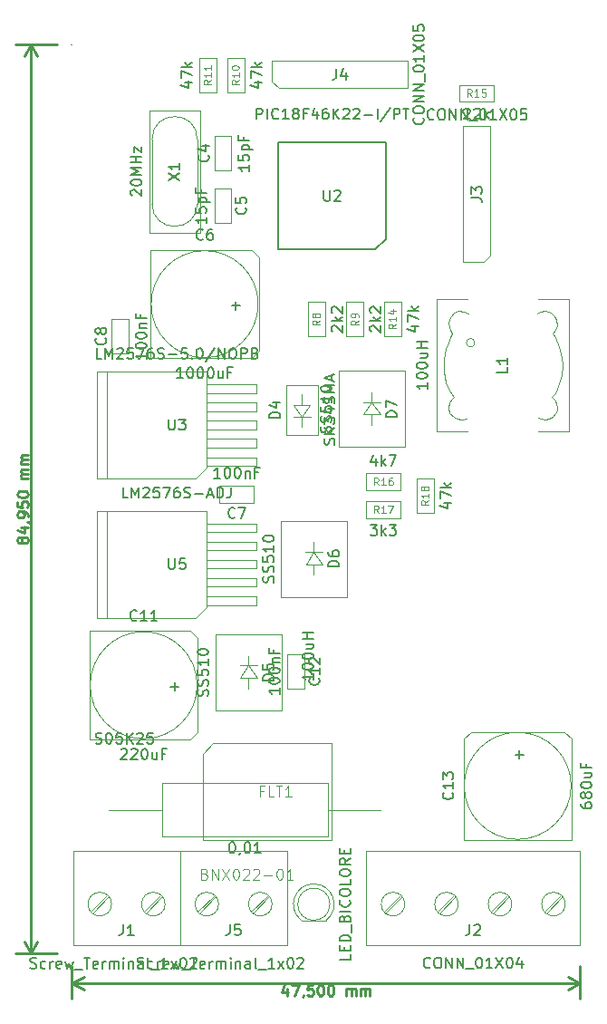
<source format=gbr>
G04 #@! TF.FileFunction,Other,Fab,Top*
%FSLAX46Y46*%
G04 Gerber Fmt 4.6, Leading zero omitted, Abs format (unit mm)*
G04 Created by KiCad (PCBNEW 4.0.6) date 08/22/19 22:38:51*
%MOMM*%
%LPD*%
G01*
G04 APERTURE LIST*
%ADD10C,0.100000*%
%ADD11C,0.200000*%
%ADD12C,0.250000*%
%ADD13C,0.150000*%
%ADD14C,0.105000*%
G04 APERTURE END LIST*
D10*
D11*
X148111000Y-46675000D02*
X148111000Y-46725000D01*
D12*
X143441952Y-93102381D02*
X143394333Y-93197619D01*
X143346714Y-93245238D01*
X143251476Y-93292857D01*
X143203857Y-93292857D01*
X143108619Y-93245238D01*
X143061000Y-93197619D01*
X143013381Y-93102381D01*
X143013381Y-92911904D01*
X143061000Y-92816666D01*
X143108619Y-92769047D01*
X143203857Y-92721428D01*
X143251476Y-92721428D01*
X143346714Y-92769047D01*
X143394333Y-92816666D01*
X143441952Y-92911904D01*
X143441952Y-93102381D01*
X143489571Y-93197619D01*
X143537190Y-93245238D01*
X143632429Y-93292857D01*
X143822905Y-93292857D01*
X143918143Y-93245238D01*
X143965762Y-93197619D01*
X144013381Y-93102381D01*
X144013381Y-92911904D01*
X143965762Y-92816666D01*
X143918143Y-92769047D01*
X143822905Y-92721428D01*
X143632429Y-92721428D01*
X143537190Y-92769047D01*
X143489571Y-92816666D01*
X143441952Y-92911904D01*
X143346714Y-91864285D02*
X144013381Y-91864285D01*
X142965762Y-92102381D02*
X143680048Y-92340476D01*
X143680048Y-91721428D01*
X143965762Y-91292857D02*
X144013381Y-91292857D01*
X144108619Y-91340476D01*
X144156238Y-91388095D01*
X144013381Y-90816667D02*
X144013381Y-90626191D01*
X143965762Y-90530952D01*
X143918143Y-90483333D01*
X143775286Y-90388095D01*
X143584810Y-90340476D01*
X143203857Y-90340476D01*
X143108619Y-90388095D01*
X143061000Y-90435714D01*
X143013381Y-90530952D01*
X143013381Y-90721429D01*
X143061000Y-90816667D01*
X143108619Y-90864286D01*
X143203857Y-90911905D01*
X143441952Y-90911905D01*
X143537190Y-90864286D01*
X143584810Y-90816667D01*
X143632429Y-90721429D01*
X143632429Y-90530952D01*
X143584810Y-90435714D01*
X143537190Y-90388095D01*
X143441952Y-90340476D01*
X143013381Y-89435714D02*
X143013381Y-89911905D01*
X143489571Y-89959524D01*
X143441952Y-89911905D01*
X143394333Y-89816667D01*
X143394333Y-89578571D01*
X143441952Y-89483333D01*
X143489571Y-89435714D01*
X143584810Y-89388095D01*
X143822905Y-89388095D01*
X143918143Y-89435714D01*
X143965762Y-89483333D01*
X144013381Y-89578571D01*
X144013381Y-89816667D01*
X143965762Y-89911905D01*
X143918143Y-89959524D01*
X143013381Y-88769048D02*
X143013381Y-88673809D01*
X143061000Y-88578571D01*
X143108619Y-88530952D01*
X143203857Y-88483333D01*
X143394333Y-88435714D01*
X143632429Y-88435714D01*
X143822905Y-88483333D01*
X143918143Y-88530952D01*
X143965762Y-88578571D01*
X144013381Y-88673809D01*
X144013381Y-88769048D01*
X143965762Y-88864286D01*
X143918143Y-88911905D01*
X143822905Y-88959524D01*
X143632429Y-89007143D01*
X143394333Y-89007143D01*
X143203857Y-88959524D01*
X143108619Y-88911905D01*
X143061000Y-88864286D01*
X143013381Y-88769048D01*
X144013381Y-87245238D02*
X143346714Y-87245238D01*
X143441952Y-87245238D02*
X143394333Y-87197619D01*
X143346714Y-87102381D01*
X143346714Y-86959523D01*
X143394333Y-86864285D01*
X143489571Y-86816666D01*
X144013381Y-86816666D01*
X143489571Y-86816666D02*
X143394333Y-86769047D01*
X143346714Y-86673809D01*
X143346714Y-86530952D01*
X143394333Y-86435714D01*
X143489571Y-86388095D01*
X144013381Y-86388095D01*
X144013381Y-85911905D02*
X143346714Y-85911905D01*
X143441952Y-85911905D02*
X143394333Y-85864286D01*
X143346714Y-85769048D01*
X143346714Y-85626190D01*
X143394333Y-85530952D01*
X143489571Y-85483333D01*
X144013381Y-85483333D01*
X143489571Y-85483333D02*
X143394333Y-85435714D01*
X143346714Y-85340476D01*
X143346714Y-85197619D01*
X143394333Y-85102381D01*
X143489571Y-85054762D01*
X144013381Y-85054762D01*
X144261000Y-131625000D02*
X144261000Y-46675000D01*
X146711000Y-131625000D02*
X142861000Y-131625000D01*
X146711000Y-46675000D02*
X142861000Y-46675000D01*
X144261000Y-46675000D02*
X144847421Y-47801504D01*
X144261000Y-46675000D02*
X143674579Y-47801504D01*
X144261000Y-131625000D02*
X144847421Y-130498496D01*
X144261000Y-131625000D02*
X143674579Y-130498496D01*
X168194334Y-134910714D02*
X168194334Y-135577381D01*
X167956238Y-134529762D02*
X167718143Y-135244048D01*
X168337191Y-135244048D01*
X168622905Y-134577381D02*
X169289572Y-134577381D01*
X168861000Y-135577381D01*
X169718143Y-135529762D02*
X169718143Y-135577381D01*
X169670524Y-135672619D01*
X169622905Y-135720238D01*
X170622905Y-134577381D02*
X170146714Y-134577381D01*
X170099095Y-135053571D01*
X170146714Y-135005952D01*
X170241952Y-134958333D01*
X170480048Y-134958333D01*
X170575286Y-135005952D01*
X170622905Y-135053571D01*
X170670524Y-135148810D01*
X170670524Y-135386905D01*
X170622905Y-135482143D01*
X170575286Y-135529762D01*
X170480048Y-135577381D01*
X170241952Y-135577381D01*
X170146714Y-135529762D01*
X170099095Y-135482143D01*
X171289571Y-134577381D02*
X171384810Y-134577381D01*
X171480048Y-134625000D01*
X171527667Y-134672619D01*
X171575286Y-134767857D01*
X171622905Y-134958333D01*
X171622905Y-135196429D01*
X171575286Y-135386905D01*
X171527667Y-135482143D01*
X171480048Y-135529762D01*
X171384810Y-135577381D01*
X171289571Y-135577381D01*
X171194333Y-135529762D01*
X171146714Y-135482143D01*
X171099095Y-135386905D01*
X171051476Y-135196429D01*
X171051476Y-134958333D01*
X171099095Y-134767857D01*
X171146714Y-134672619D01*
X171194333Y-134625000D01*
X171289571Y-134577381D01*
X172241952Y-134577381D02*
X172337191Y-134577381D01*
X172432429Y-134625000D01*
X172480048Y-134672619D01*
X172527667Y-134767857D01*
X172575286Y-134958333D01*
X172575286Y-135196429D01*
X172527667Y-135386905D01*
X172480048Y-135482143D01*
X172432429Y-135529762D01*
X172337191Y-135577381D01*
X172241952Y-135577381D01*
X172146714Y-135529762D01*
X172099095Y-135482143D01*
X172051476Y-135386905D01*
X172003857Y-135196429D01*
X172003857Y-134958333D01*
X172051476Y-134767857D01*
X172099095Y-134672619D01*
X172146714Y-134625000D01*
X172241952Y-134577381D01*
X173765762Y-135577381D02*
X173765762Y-134910714D01*
X173765762Y-135005952D02*
X173813381Y-134958333D01*
X173908619Y-134910714D01*
X174051477Y-134910714D01*
X174146715Y-134958333D01*
X174194334Y-135053571D01*
X174194334Y-135577381D01*
X174194334Y-135053571D02*
X174241953Y-134958333D01*
X174337191Y-134910714D01*
X174480048Y-134910714D01*
X174575286Y-134958333D01*
X174622905Y-135053571D01*
X174622905Y-135577381D01*
X175099095Y-135577381D02*
X175099095Y-134910714D01*
X175099095Y-135005952D02*
X175146714Y-134958333D01*
X175241952Y-134910714D01*
X175384810Y-134910714D01*
X175480048Y-134958333D01*
X175527667Y-135053571D01*
X175527667Y-135577381D01*
X175527667Y-135053571D02*
X175575286Y-134958333D01*
X175670524Y-134910714D01*
X175813381Y-134910714D01*
X175908619Y-134958333D01*
X175956238Y-135053571D01*
X175956238Y-135577381D01*
X148111000Y-134425000D02*
X195611000Y-134425000D01*
X148111000Y-132775000D02*
X148111000Y-135825000D01*
X195611000Y-132775000D02*
X195611000Y-135825000D01*
X195611000Y-134425000D02*
X194484496Y-135011421D01*
X195611000Y-134425000D02*
X194484496Y-133838579D01*
X148111000Y-134425000D02*
X149237504Y-135011421D01*
X148111000Y-134425000D02*
X149237504Y-133838579D01*
D10*
X163011000Y-58475000D02*
X161411000Y-58475000D01*
X163011000Y-55275000D02*
X163011000Y-58475000D01*
X161411000Y-55275000D02*
X163011000Y-55275000D01*
X161411000Y-58475000D02*
X161411000Y-55275000D01*
X161411000Y-60175000D02*
X163011000Y-60175000D01*
X161411000Y-63375000D02*
X161411000Y-60175000D01*
X163011000Y-63375000D02*
X161411000Y-63375000D01*
X163011000Y-60175000D02*
X163011000Y-63375000D01*
X165111000Y-87975000D02*
X165111000Y-89575000D01*
X161911000Y-87975000D02*
X165111000Y-87975000D01*
X161911000Y-89575000D02*
X161911000Y-87975000D01*
X165111000Y-89575000D02*
X161911000Y-89575000D01*
X153411000Y-75575000D02*
X151811000Y-75575000D01*
X153411000Y-72375000D02*
X153411000Y-75575000D01*
X151811000Y-72375000D02*
X153411000Y-72375000D01*
X151811000Y-75575000D02*
X151811000Y-72375000D01*
X168261000Y-103675000D02*
X169861000Y-103675000D01*
X168261000Y-106875000D02*
X168261000Y-103675000D01*
X169861000Y-106875000D02*
X168261000Y-106875000D01*
X169861000Y-103675000D02*
X169861000Y-106875000D01*
X171111000Y-78575000D02*
X171111000Y-83175000D01*
X171111000Y-83175000D02*
X168111000Y-83175000D01*
X168111000Y-78575000D02*
X171111000Y-78575000D01*
X168111000Y-78575000D02*
X168111000Y-83175000D01*
X169612020Y-81524440D02*
X169612020Y-82426140D01*
X169612020Y-80373820D02*
X169612020Y-79375600D01*
X168811920Y-81524440D02*
X170412120Y-81524440D01*
X170361320Y-80373820D02*
X168811920Y-80373820D01*
X169612020Y-81524440D02*
X170361320Y-80373820D01*
X169612020Y-81524440D02*
X168811920Y-80373820D01*
X161511000Y-108925000D02*
X161511000Y-101825000D01*
X161511000Y-101825000D02*
X167711000Y-101825000D01*
X167711000Y-108925000D02*
X161511000Y-108925000D01*
X167711000Y-108925000D02*
X167711000Y-101825000D01*
X164609980Y-104725560D02*
X164609980Y-103823860D01*
X164609980Y-105876180D02*
X164609980Y-106874400D01*
X165410080Y-104725560D02*
X163809880Y-104725560D01*
X163860680Y-105876180D02*
X165410080Y-105876180D01*
X164609980Y-104725560D02*
X163860680Y-105876180D01*
X164609980Y-104725560D02*
X165410080Y-105876180D01*
X167611000Y-98325000D02*
X167611000Y-91225000D01*
X167611000Y-91225000D02*
X173811000Y-91225000D01*
X173811000Y-98325000D02*
X167611000Y-98325000D01*
X173811000Y-98325000D02*
X173811000Y-91225000D01*
X170709980Y-94125560D02*
X170709980Y-93223860D01*
X170709980Y-95276180D02*
X170709980Y-96274400D01*
X171510080Y-94125560D02*
X169909880Y-94125560D01*
X169960680Y-95276180D02*
X171510080Y-95276180D01*
X170709980Y-94125560D02*
X169960680Y-95276180D01*
X170709980Y-94125560D02*
X171510080Y-95276180D01*
X173011000Y-84325000D02*
X173011000Y-77225000D01*
X173011000Y-77225000D02*
X179211000Y-77225000D01*
X179211000Y-84325000D02*
X173011000Y-84325000D01*
X179211000Y-84325000D02*
X179211000Y-77225000D01*
X176109980Y-80125560D02*
X176109980Y-79223860D01*
X176109980Y-81276180D02*
X176109980Y-82274400D01*
X176910080Y-80125560D02*
X175309880Y-80125560D01*
X175360680Y-81276180D02*
X176910080Y-81276180D01*
X176109980Y-80125560D02*
X175360680Y-81276180D01*
X176109980Y-80125560D02*
X176910080Y-81276180D01*
X161311000Y-111975000D02*
X172411000Y-111975000D01*
X172411000Y-111975000D02*
X172411000Y-121075000D01*
X172411000Y-121075000D02*
X160311000Y-121075000D01*
X160311000Y-121075000D02*
X160311000Y-112975000D01*
X161311000Y-111975000D02*
X160311000Y-112975000D01*
X186596000Y-67045000D02*
X184691000Y-67045000D01*
X184691000Y-67045000D02*
X184691000Y-54345000D01*
X184691000Y-54345000D02*
X187231000Y-54345000D01*
X187231000Y-54345000D02*
X187231000Y-66410000D01*
X187231000Y-66410000D02*
X186596000Y-67045000D01*
X166791000Y-50160000D02*
X166791000Y-48255000D01*
X166791000Y-48255000D02*
X179491000Y-48255000D01*
X179491000Y-48255000D02*
X179491000Y-50795000D01*
X179491000Y-50795000D02*
X167426000Y-50795000D01*
X167426000Y-50795000D02*
X166791000Y-50160000D01*
X185061000Y-81575000D02*
X184961000Y-81675000D01*
X184961000Y-81675000D02*
X184561000Y-81775000D01*
X184561000Y-81775000D02*
X184061000Y-81675000D01*
X184061000Y-81675000D02*
X183761000Y-81475000D01*
X183761000Y-81475000D02*
X183361000Y-81175000D01*
X183361000Y-81175000D02*
X183261000Y-80675000D01*
X183261000Y-80675000D02*
X183361000Y-80175000D01*
X183361000Y-80175000D02*
X183661000Y-79775000D01*
X183661000Y-79775000D02*
X183761000Y-79675000D01*
X183761000Y-79675000D02*
X183361000Y-79075000D01*
X183361000Y-79075000D02*
X183061000Y-78275000D01*
X183061000Y-78275000D02*
X182861000Y-77275000D01*
X182861000Y-77275000D02*
X182861000Y-76075000D01*
X182861000Y-76075000D02*
X183061000Y-75175000D01*
X183061000Y-75175000D02*
X183261000Y-74575000D01*
X183261000Y-74575000D02*
X183461000Y-74075000D01*
X183461000Y-74075000D02*
X183661000Y-73675000D01*
X183661000Y-73675000D02*
X183461000Y-73375000D01*
X183461000Y-73375000D02*
X183261000Y-72775000D01*
X183261000Y-72775000D02*
X183361000Y-72375000D01*
X183361000Y-72375000D02*
X183561000Y-72075000D01*
X183561000Y-72075000D02*
X183761000Y-71775000D01*
X183761000Y-71775000D02*
X184261000Y-71575000D01*
X184261000Y-71575000D02*
X184761000Y-71675000D01*
X184761000Y-71675000D02*
X185161000Y-71875000D01*
X191661000Y-81575000D02*
X191961000Y-81675000D01*
X191961000Y-81675000D02*
X192361000Y-81775000D01*
X192361000Y-81775000D02*
X192661000Y-81675000D01*
X192661000Y-81675000D02*
X193061000Y-81475000D01*
X193061000Y-81475000D02*
X193261000Y-81175000D01*
X193261000Y-81175000D02*
X193461000Y-80875000D01*
X193461000Y-80875000D02*
X193461000Y-80575000D01*
X193461000Y-80575000D02*
X193361000Y-80275000D01*
X193361000Y-80275000D02*
X193261000Y-79975000D01*
X193261000Y-79975000D02*
X192961000Y-79675000D01*
X192961000Y-79675000D02*
X193261000Y-79275000D01*
X193261000Y-79275000D02*
X193461000Y-78875000D01*
X193461000Y-78875000D02*
X193661000Y-78375000D01*
X193661000Y-78375000D02*
X193861000Y-77575000D01*
X193861000Y-77575000D02*
X193961000Y-76675000D01*
X193961000Y-76675000D02*
X193861000Y-75875000D01*
X193861000Y-75875000D02*
X193661000Y-74975000D01*
X193661000Y-74975000D02*
X193261000Y-74075000D01*
X193261000Y-74075000D02*
X193061000Y-73675000D01*
X193061000Y-73675000D02*
X193261000Y-73375000D01*
X193261000Y-73375000D02*
X193461000Y-72975000D01*
X193461000Y-72975000D02*
X193361000Y-72475000D01*
X193361000Y-72475000D02*
X193161000Y-72075000D01*
X193161000Y-72075000D02*
X192861000Y-71775000D01*
X192861000Y-71775000D02*
X192361000Y-71575000D01*
X192361000Y-71575000D02*
X191861000Y-71675000D01*
X191861000Y-71675000D02*
X191561000Y-71875000D01*
X185061000Y-70475000D02*
X182161000Y-70475000D01*
X182161000Y-70475000D02*
X182161000Y-82875000D01*
X182161000Y-82875000D02*
X185061000Y-82875000D01*
X194561000Y-82875000D02*
X194561000Y-70475000D01*
X194561000Y-70475000D02*
X191661000Y-70475000D01*
X194561000Y-82875000D02*
X191661000Y-82875000D01*
X185751512Y-74575000D02*
G75*
G03X185751512Y-74575000I-390512J0D01*
G01*
X156511000Y-115725000D02*
X156511000Y-120725000D01*
X156511000Y-120725000D02*
X172011000Y-120725000D01*
X172011000Y-120725000D02*
X172011000Y-115725000D01*
X172011000Y-115725000D02*
X156511000Y-115725000D01*
X151561000Y-118225000D02*
X156511000Y-118225000D01*
X176961000Y-118225000D02*
X172011000Y-118225000D01*
X171761000Y-73975000D02*
X170161000Y-73975000D01*
X171761000Y-70775000D02*
X171761000Y-73975000D01*
X170161000Y-70775000D02*
X171761000Y-70775000D01*
X170161000Y-73975000D02*
X170161000Y-70775000D01*
X175361000Y-73975000D02*
X173761000Y-73975000D01*
X175361000Y-70775000D02*
X175361000Y-73975000D01*
X173761000Y-70775000D02*
X175361000Y-70775000D01*
X173761000Y-73975000D02*
X173761000Y-70775000D01*
X164211000Y-51175000D02*
X162611000Y-51175000D01*
X164211000Y-47975000D02*
X164211000Y-51175000D01*
X162611000Y-47975000D02*
X164211000Y-47975000D01*
X162611000Y-51175000D02*
X162611000Y-47975000D01*
X160011000Y-47975000D02*
X161611000Y-47975000D01*
X160011000Y-51175000D02*
X160011000Y-47975000D01*
X161611000Y-51175000D02*
X160011000Y-51175000D01*
X161611000Y-47975000D02*
X161611000Y-51175000D01*
X178861000Y-73975000D02*
X177261000Y-73975000D01*
X178861000Y-70775000D02*
X178861000Y-73975000D01*
X177261000Y-70775000D02*
X178861000Y-70775000D01*
X177261000Y-73975000D02*
X177261000Y-70775000D01*
X184311000Y-52075000D02*
X184311000Y-50475000D01*
X187511000Y-52075000D02*
X184311000Y-52075000D01*
X187511000Y-50475000D02*
X187511000Y-52075000D01*
X184311000Y-50475000D02*
X187511000Y-50475000D01*
X178811000Y-86775000D02*
X178811000Y-88375000D01*
X175611000Y-86775000D02*
X178811000Y-86775000D01*
X175611000Y-88375000D02*
X175611000Y-86775000D01*
X178811000Y-88375000D02*
X175611000Y-88375000D01*
X175611000Y-90975000D02*
X175611000Y-89375000D01*
X178811000Y-90975000D02*
X175611000Y-90975000D01*
X178811000Y-89375000D02*
X178811000Y-90975000D01*
X175611000Y-89375000D02*
X178811000Y-89375000D01*
X181911000Y-90475000D02*
X180311000Y-90475000D01*
X181911000Y-87275000D02*
X181911000Y-90475000D01*
X180311000Y-87275000D02*
X181911000Y-87275000D01*
X180311000Y-90475000D02*
X180311000Y-87275000D01*
D13*
X176411000Y-65875000D02*
X167411000Y-65875000D01*
X167411000Y-65875000D02*
X167411000Y-55875000D01*
X167411000Y-55875000D02*
X177411000Y-55875000D01*
X177411000Y-55875000D02*
X177411000Y-64875000D01*
X177411000Y-64875000D02*
X176411000Y-65875000D01*
D10*
X151411000Y-87275000D02*
X150411000Y-87275000D01*
X150411000Y-87275000D02*
X150411000Y-77275000D01*
X150411000Y-77275000D02*
X151411000Y-77275000D01*
X151411000Y-87275000D02*
X151411000Y-77275000D01*
X151411000Y-77275000D02*
X160661000Y-77275000D01*
X160661000Y-77275000D02*
X160661000Y-86275000D01*
X160661000Y-86275000D02*
X159661000Y-87275000D01*
X159661000Y-87275000D02*
X151411000Y-87275000D01*
X160661000Y-86075000D02*
X165361000Y-86075000D01*
X165361000Y-86075000D02*
X165361000Y-85275000D01*
X165361000Y-85275000D02*
X160661000Y-85275000D01*
X160661000Y-84375000D02*
X165361000Y-84375000D01*
X165361000Y-84375000D02*
X165361000Y-83575000D01*
X165361000Y-83575000D02*
X160661000Y-83575000D01*
X160661000Y-82675000D02*
X165361000Y-82675000D01*
X165361000Y-82675000D02*
X165361000Y-81875000D01*
X165361000Y-81875000D02*
X160661000Y-81875000D01*
X160661000Y-80975000D02*
X165361000Y-80975000D01*
X165361000Y-80975000D02*
X165361000Y-80175000D01*
X165361000Y-80175000D02*
X160661000Y-80175000D01*
X160661000Y-79275000D02*
X165361000Y-79275000D01*
X165361000Y-79275000D02*
X165361000Y-78475000D01*
X165361000Y-78475000D02*
X160661000Y-78475000D01*
X151411000Y-100275000D02*
X150411000Y-100275000D01*
X150411000Y-100275000D02*
X150411000Y-90275000D01*
X150411000Y-90275000D02*
X151411000Y-90275000D01*
X151411000Y-100275000D02*
X151411000Y-90275000D01*
X151411000Y-90275000D02*
X160661000Y-90275000D01*
X160661000Y-90275000D02*
X160661000Y-99275000D01*
X160661000Y-99275000D02*
X159661000Y-100275000D01*
X159661000Y-100275000D02*
X151411000Y-100275000D01*
X160661000Y-99075000D02*
X165361000Y-99075000D01*
X165361000Y-99075000D02*
X165361000Y-98275000D01*
X165361000Y-98275000D02*
X160661000Y-98275000D01*
X160661000Y-97375000D02*
X165361000Y-97375000D01*
X165361000Y-97375000D02*
X165361000Y-96575000D01*
X165361000Y-96575000D02*
X160661000Y-96575000D01*
X160661000Y-95675000D02*
X165361000Y-95675000D01*
X165361000Y-95675000D02*
X165361000Y-94875000D01*
X165361000Y-94875000D02*
X160661000Y-94875000D01*
X160661000Y-93975000D02*
X165361000Y-93975000D01*
X165361000Y-93975000D02*
X165361000Y-93175000D01*
X165361000Y-93175000D02*
X160661000Y-93175000D01*
X160661000Y-92275000D02*
X165361000Y-92275000D01*
X165361000Y-92275000D02*
X165361000Y-91475000D01*
X165361000Y-91475000D02*
X160661000Y-91475000D01*
X165512000Y-70975000D02*
G75*
G03X165512000Y-70975000I-5001000J0D01*
G01*
X155461000Y-65925000D02*
X155461000Y-76025000D01*
X164891000Y-65925000D02*
X155461000Y-65925000D01*
X165561000Y-66595000D02*
X164891000Y-65925000D01*
X165561000Y-75355000D02*
X165561000Y-66595000D01*
X164891000Y-76025000D02*
X165561000Y-75355000D01*
X155461000Y-76025000D02*
X164891000Y-76025000D01*
X159812000Y-106575000D02*
G75*
G03X159812000Y-106575000I-5001000J0D01*
G01*
X149761000Y-101525000D02*
X149761000Y-111625000D01*
X159191000Y-101525000D02*
X149761000Y-101525000D01*
X159861000Y-102195000D02*
X159191000Y-101525000D01*
X159861000Y-110955000D02*
X159861000Y-102195000D01*
X159191000Y-111625000D02*
X159861000Y-110955000D01*
X149761000Y-111625000D02*
X159191000Y-111625000D01*
X194762000Y-115975000D02*
G75*
G03X194762000Y-115975000I-5001000J0D01*
G01*
X184711000Y-121025000D02*
X194811000Y-121025000D01*
X184711000Y-111595000D02*
X184711000Y-121025000D01*
X185381000Y-110925000D02*
X184711000Y-111595000D01*
X194141000Y-110925000D02*
X185381000Y-110925000D01*
X194811000Y-111595000D02*
X194141000Y-110925000D01*
X194811000Y-121025000D02*
X194811000Y-111595000D01*
X151811000Y-127025000D02*
G75*
G03X151811000Y-127025000I-1100000J0D01*
G01*
X156811000Y-127025000D02*
G75*
G03X156811000Y-127025000I-1100000J0D01*
G01*
X148211000Y-122025000D02*
X158211000Y-122025000D01*
X158211000Y-122025000D02*
X158211000Y-130825000D01*
X158211000Y-130825000D02*
X148211000Y-130825000D01*
X148211000Y-130825000D02*
X148211000Y-122025000D01*
X151546000Y-126325000D02*
X150010000Y-127860000D01*
X151412000Y-126190000D02*
X149876000Y-127725000D01*
X156546000Y-126325000D02*
X155011000Y-127860000D01*
X156412000Y-126190000D02*
X154877000Y-127725000D01*
X194211000Y-127025000D02*
G75*
G03X194211000Y-127025000I-1100000J0D01*
G01*
X195611000Y-122025000D02*
X195611000Y-130825000D01*
X193946000Y-126325000D02*
X192411000Y-127860000D01*
X193812000Y-126190000D02*
X192277000Y-127725000D01*
X188812000Y-126190000D02*
X187277000Y-127725000D01*
X188946000Y-126325000D02*
X187411000Y-127860000D01*
X189211000Y-127025000D02*
G75*
G03X189211000Y-127025000I-1100000J0D01*
G01*
X179211000Y-127025000D02*
G75*
G03X179211000Y-127025000I-1100000J0D01*
G01*
X184211000Y-127025000D02*
G75*
G03X184211000Y-127025000I-1100000J0D01*
G01*
X175611000Y-122025000D02*
X195611000Y-122025000D01*
X195611000Y-130825000D02*
X175611000Y-130825000D01*
X175611000Y-130825000D02*
X175611000Y-122025000D01*
X178946000Y-126325000D02*
X177410000Y-127860000D01*
X178812000Y-126190000D02*
X177276000Y-127725000D01*
X183946000Y-126325000D02*
X182411000Y-127860000D01*
X183812000Y-126190000D02*
X182277000Y-127725000D01*
X161811000Y-127025000D02*
G75*
G03X161811000Y-127025000I-1100000J0D01*
G01*
X166811000Y-127025000D02*
G75*
G03X166811000Y-127025000I-1100000J0D01*
G01*
X158211000Y-122025000D02*
X168211000Y-122025000D01*
X168211000Y-122025000D02*
X168211000Y-130825000D01*
X168211000Y-130825000D02*
X158211000Y-130825000D01*
X158211000Y-130825000D02*
X158211000Y-122025000D01*
X161546000Y-126325000D02*
X160010000Y-127860000D01*
X161412000Y-126190000D02*
X159876000Y-127725000D01*
X166546000Y-126325000D02*
X165011000Y-127860000D01*
X166412000Y-126190000D02*
X164877000Y-127725000D01*
X171876476Y-128535555D02*
G75*
G03X169544810Y-128535000I-1165476J1500555D01*
G01*
X172211000Y-127035000D02*
G75*
G03X172211000Y-127035000I-1500000J0D01*
G01*
X169544810Y-128535000D02*
X171877190Y-128535000D01*
X160061000Y-52875000D02*
X155361000Y-52875000D01*
X155361000Y-52875000D02*
X155361000Y-64275000D01*
X155361000Y-64275000D02*
X160061000Y-64275000D01*
X160061000Y-64275000D02*
X160061000Y-52875000D01*
X159826000Y-55560000D02*
X159826000Y-61590000D01*
X155596000Y-55560000D02*
X155596000Y-61590000D01*
X155596000Y-55560000D02*
G75*
G02X159826000Y-55560000I2115000J0D01*
G01*
X155596000Y-61590000D02*
G75*
G03X159826000Y-61590000I2115000J0D01*
G01*
D13*
X164663381Y-57946428D02*
X164663381Y-58517857D01*
X164663381Y-58232143D02*
X163663381Y-58232143D01*
X163806238Y-58327381D01*
X163901476Y-58422619D01*
X163949095Y-58517857D01*
X163663381Y-57041666D02*
X163663381Y-57517857D01*
X164139571Y-57565476D01*
X164091952Y-57517857D01*
X164044333Y-57422619D01*
X164044333Y-57184523D01*
X164091952Y-57089285D01*
X164139571Y-57041666D01*
X164234810Y-56994047D01*
X164472905Y-56994047D01*
X164568143Y-57041666D01*
X164615762Y-57089285D01*
X164663381Y-57184523D01*
X164663381Y-57422619D01*
X164615762Y-57517857D01*
X164568143Y-57565476D01*
X163996714Y-56565476D02*
X164996714Y-56565476D01*
X164044333Y-56565476D02*
X163996714Y-56470238D01*
X163996714Y-56279761D01*
X164044333Y-56184523D01*
X164091952Y-56136904D01*
X164187190Y-56089285D01*
X164472905Y-56089285D01*
X164568143Y-56136904D01*
X164615762Y-56184523D01*
X164663381Y-56279761D01*
X164663381Y-56470238D01*
X164615762Y-56565476D01*
X164139571Y-55327380D02*
X164139571Y-55660714D01*
X164663381Y-55660714D02*
X163663381Y-55660714D01*
X163663381Y-55184523D01*
X160818143Y-57041666D02*
X160865762Y-57089285D01*
X160913381Y-57232142D01*
X160913381Y-57327380D01*
X160865762Y-57470238D01*
X160770524Y-57565476D01*
X160675286Y-57613095D01*
X160484810Y-57660714D01*
X160341952Y-57660714D01*
X160151476Y-57613095D01*
X160056238Y-57565476D01*
X159961000Y-57470238D01*
X159913381Y-57327380D01*
X159913381Y-57232142D01*
X159961000Y-57089285D01*
X160008619Y-57041666D01*
X160246714Y-56184523D02*
X160913381Y-56184523D01*
X159865762Y-56422619D02*
X160580048Y-56660714D01*
X160580048Y-56041666D01*
X160663381Y-62846428D02*
X160663381Y-63417857D01*
X160663381Y-63132143D02*
X159663381Y-63132143D01*
X159806238Y-63227381D01*
X159901476Y-63322619D01*
X159949095Y-63417857D01*
X159663381Y-61941666D02*
X159663381Y-62417857D01*
X160139571Y-62465476D01*
X160091952Y-62417857D01*
X160044333Y-62322619D01*
X160044333Y-62084523D01*
X160091952Y-61989285D01*
X160139571Y-61941666D01*
X160234810Y-61894047D01*
X160472905Y-61894047D01*
X160568143Y-61941666D01*
X160615762Y-61989285D01*
X160663381Y-62084523D01*
X160663381Y-62322619D01*
X160615762Y-62417857D01*
X160568143Y-62465476D01*
X159996714Y-61465476D02*
X160996714Y-61465476D01*
X160044333Y-61465476D02*
X159996714Y-61370238D01*
X159996714Y-61179761D01*
X160044333Y-61084523D01*
X160091952Y-61036904D01*
X160187190Y-60989285D01*
X160472905Y-60989285D01*
X160568143Y-61036904D01*
X160615762Y-61084523D01*
X160663381Y-61179761D01*
X160663381Y-61370238D01*
X160615762Y-61465476D01*
X160139571Y-60227380D02*
X160139571Y-60560714D01*
X160663381Y-60560714D02*
X159663381Y-60560714D01*
X159663381Y-60084523D01*
X164318143Y-61941666D02*
X164365762Y-61989285D01*
X164413381Y-62132142D01*
X164413381Y-62227380D01*
X164365762Y-62370238D01*
X164270524Y-62465476D01*
X164175286Y-62513095D01*
X163984810Y-62560714D01*
X163841952Y-62560714D01*
X163651476Y-62513095D01*
X163556238Y-62465476D01*
X163461000Y-62370238D01*
X163413381Y-62227380D01*
X163413381Y-62132142D01*
X163461000Y-61989285D01*
X163508619Y-61941666D01*
X163413381Y-61036904D02*
X163413381Y-61513095D01*
X163889571Y-61560714D01*
X163841952Y-61513095D01*
X163794333Y-61417857D01*
X163794333Y-61179761D01*
X163841952Y-61084523D01*
X163889571Y-61036904D01*
X163984810Y-60989285D01*
X164222905Y-60989285D01*
X164318143Y-61036904D01*
X164365762Y-61084523D01*
X164413381Y-61179761D01*
X164413381Y-61417857D01*
X164365762Y-61513095D01*
X164318143Y-61560714D01*
X161963381Y-87227381D02*
X161391952Y-87227381D01*
X161677666Y-87227381D02*
X161677666Y-86227381D01*
X161582428Y-86370238D01*
X161487190Y-86465476D01*
X161391952Y-86513095D01*
X162582428Y-86227381D02*
X162677667Y-86227381D01*
X162772905Y-86275000D01*
X162820524Y-86322619D01*
X162868143Y-86417857D01*
X162915762Y-86608333D01*
X162915762Y-86846429D01*
X162868143Y-87036905D01*
X162820524Y-87132143D01*
X162772905Y-87179762D01*
X162677667Y-87227381D01*
X162582428Y-87227381D01*
X162487190Y-87179762D01*
X162439571Y-87132143D01*
X162391952Y-87036905D01*
X162344333Y-86846429D01*
X162344333Y-86608333D01*
X162391952Y-86417857D01*
X162439571Y-86322619D01*
X162487190Y-86275000D01*
X162582428Y-86227381D01*
X163534809Y-86227381D02*
X163630048Y-86227381D01*
X163725286Y-86275000D01*
X163772905Y-86322619D01*
X163820524Y-86417857D01*
X163868143Y-86608333D01*
X163868143Y-86846429D01*
X163820524Y-87036905D01*
X163772905Y-87132143D01*
X163725286Y-87179762D01*
X163630048Y-87227381D01*
X163534809Y-87227381D01*
X163439571Y-87179762D01*
X163391952Y-87132143D01*
X163344333Y-87036905D01*
X163296714Y-86846429D01*
X163296714Y-86608333D01*
X163344333Y-86417857D01*
X163391952Y-86322619D01*
X163439571Y-86275000D01*
X163534809Y-86227381D01*
X164296714Y-86560714D02*
X164296714Y-87227381D01*
X164296714Y-86655952D02*
X164344333Y-86608333D01*
X164439571Y-86560714D01*
X164582429Y-86560714D01*
X164677667Y-86608333D01*
X164725286Y-86703571D01*
X164725286Y-87227381D01*
X165534810Y-86703571D02*
X165201476Y-86703571D01*
X165201476Y-87227381D02*
X165201476Y-86227381D01*
X165677667Y-86227381D01*
X163344334Y-90882143D02*
X163296715Y-90929762D01*
X163153858Y-90977381D01*
X163058620Y-90977381D01*
X162915762Y-90929762D01*
X162820524Y-90834524D01*
X162772905Y-90739286D01*
X162725286Y-90548810D01*
X162725286Y-90405952D01*
X162772905Y-90215476D01*
X162820524Y-90120238D01*
X162915762Y-90025000D01*
X163058620Y-89977381D01*
X163153858Y-89977381D01*
X163296715Y-90025000D01*
X163344334Y-90072619D01*
X163677667Y-89977381D02*
X164344334Y-89977381D01*
X163915762Y-90977381D01*
X155063381Y-75522619D02*
X155063381Y-76094048D01*
X155063381Y-75808334D02*
X154063381Y-75808334D01*
X154206238Y-75903572D01*
X154301476Y-75998810D01*
X154349095Y-76094048D01*
X154063381Y-74903572D02*
X154063381Y-74808333D01*
X154111000Y-74713095D01*
X154158619Y-74665476D01*
X154253857Y-74617857D01*
X154444333Y-74570238D01*
X154682429Y-74570238D01*
X154872905Y-74617857D01*
X154968143Y-74665476D01*
X155015762Y-74713095D01*
X155063381Y-74808333D01*
X155063381Y-74903572D01*
X155015762Y-74998810D01*
X154968143Y-75046429D01*
X154872905Y-75094048D01*
X154682429Y-75141667D01*
X154444333Y-75141667D01*
X154253857Y-75094048D01*
X154158619Y-75046429D01*
X154111000Y-74998810D01*
X154063381Y-74903572D01*
X154063381Y-73951191D02*
X154063381Y-73855952D01*
X154111000Y-73760714D01*
X154158619Y-73713095D01*
X154253857Y-73665476D01*
X154444333Y-73617857D01*
X154682429Y-73617857D01*
X154872905Y-73665476D01*
X154968143Y-73713095D01*
X155015762Y-73760714D01*
X155063381Y-73855952D01*
X155063381Y-73951191D01*
X155015762Y-74046429D01*
X154968143Y-74094048D01*
X154872905Y-74141667D01*
X154682429Y-74189286D01*
X154444333Y-74189286D01*
X154253857Y-74141667D01*
X154158619Y-74094048D01*
X154111000Y-74046429D01*
X154063381Y-73951191D01*
X154396714Y-73189286D02*
X155063381Y-73189286D01*
X154491952Y-73189286D02*
X154444333Y-73141667D01*
X154396714Y-73046429D01*
X154396714Y-72903571D01*
X154444333Y-72808333D01*
X154539571Y-72760714D01*
X155063381Y-72760714D01*
X154539571Y-71951190D02*
X154539571Y-72284524D01*
X155063381Y-72284524D02*
X154063381Y-72284524D01*
X154063381Y-71808333D01*
X151218143Y-74141666D02*
X151265762Y-74189285D01*
X151313381Y-74332142D01*
X151313381Y-74427380D01*
X151265762Y-74570238D01*
X151170524Y-74665476D01*
X151075286Y-74713095D01*
X150884810Y-74760714D01*
X150741952Y-74760714D01*
X150551476Y-74713095D01*
X150456238Y-74665476D01*
X150361000Y-74570238D01*
X150313381Y-74427380D01*
X150313381Y-74332142D01*
X150361000Y-74189285D01*
X150408619Y-74141666D01*
X150741952Y-73570238D02*
X150694333Y-73665476D01*
X150646714Y-73713095D01*
X150551476Y-73760714D01*
X150503857Y-73760714D01*
X150408619Y-73713095D01*
X150361000Y-73665476D01*
X150313381Y-73570238D01*
X150313381Y-73379761D01*
X150361000Y-73284523D01*
X150408619Y-73236904D01*
X150503857Y-73189285D01*
X150551476Y-73189285D01*
X150646714Y-73236904D01*
X150694333Y-73284523D01*
X150741952Y-73379761D01*
X150741952Y-73570238D01*
X150789571Y-73665476D01*
X150837190Y-73713095D01*
X150932429Y-73760714D01*
X151122905Y-73760714D01*
X151218143Y-73713095D01*
X151265762Y-73665476D01*
X151313381Y-73570238D01*
X151313381Y-73379761D01*
X151265762Y-73284523D01*
X151218143Y-73236904D01*
X151122905Y-73189285D01*
X150932429Y-73189285D01*
X150837190Y-73236904D01*
X150789571Y-73284523D01*
X150741952Y-73379761D01*
X167513381Y-106822619D02*
X167513381Y-107394048D01*
X167513381Y-107108334D02*
X166513381Y-107108334D01*
X166656238Y-107203572D01*
X166751476Y-107298810D01*
X166799095Y-107394048D01*
X166513381Y-106203572D02*
X166513381Y-106108333D01*
X166561000Y-106013095D01*
X166608619Y-105965476D01*
X166703857Y-105917857D01*
X166894333Y-105870238D01*
X167132429Y-105870238D01*
X167322905Y-105917857D01*
X167418143Y-105965476D01*
X167465762Y-106013095D01*
X167513381Y-106108333D01*
X167513381Y-106203572D01*
X167465762Y-106298810D01*
X167418143Y-106346429D01*
X167322905Y-106394048D01*
X167132429Y-106441667D01*
X166894333Y-106441667D01*
X166703857Y-106394048D01*
X166608619Y-106346429D01*
X166561000Y-106298810D01*
X166513381Y-106203572D01*
X166513381Y-105251191D02*
X166513381Y-105155952D01*
X166561000Y-105060714D01*
X166608619Y-105013095D01*
X166703857Y-104965476D01*
X166894333Y-104917857D01*
X167132429Y-104917857D01*
X167322905Y-104965476D01*
X167418143Y-105013095D01*
X167465762Y-105060714D01*
X167513381Y-105155952D01*
X167513381Y-105251191D01*
X167465762Y-105346429D01*
X167418143Y-105394048D01*
X167322905Y-105441667D01*
X167132429Y-105489286D01*
X166894333Y-105489286D01*
X166703857Y-105441667D01*
X166608619Y-105394048D01*
X166561000Y-105346429D01*
X166513381Y-105251191D01*
X166846714Y-104489286D02*
X167513381Y-104489286D01*
X166941952Y-104489286D02*
X166894333Y-104441667D01*
X166846714Y-104346429D01*
X166846714Y-104203571D01*
X166894333Y-104108333D01*
X166989571Y-104060714D01*
X167513381Y-104060714D01*
X166989571Y-103251190D02*
X166989571Y-103584524D01*
X167513381Y-103584524D02*
X166513381Y-103584524D01*
X166513381Y-103108333D01*
X171168143Y-105917857D02*
X171215762Y-105965476D01*
X171263381Y-106108333D01*
X171263381Y-106203571D01*
X171215762Y-106346429D01*
X171120524Y-106441667D01*
X171025286Y-106489286D01*
X170834810Y-106536905D01*
X170691952Y-106536905D01*
X170501476Y-106489286D01*
X170406238Y-106441667D01*
X170311000Y-106346429D01*
X170263381Y-106203571D01*
X170263381Y-106108333D01*
X170311000Y-105965476D01*
X170358619Y-105917857D01*
X171263381Y-104965476D02*
X171263381Y-105536905D01*
X171263381Y-105251191D02*
X170263381Y-105251191D01*
X170406238Y-105346429D01*
X170501476Y-105441667D01*
X170549095Y-105536905D01*
X170358619Y-104584524D02*
X170311000Y-104536905D01*
X170263381Y-104441667D01*
X170263381Y-104203571D01*
X170311000Y-104108333D01*
X170358619Y-104060714D01*
X170453857Y-104013095D01*
X170549095Y-104013095D01*
X170691952Y-104060714D01*
X171263381Y-104632143D01*
X171263381Y-104013095D01*
X172615762Y-84089286D02*
X172663381Y-83946429D01*
X172663381Y-83708333D01*
X172615762Y-83613095D01*
X172568143Y-83565476D01*
X172472905Y-83517857D01*
X172377667Y-83517857D01*
X172282429Y-83565476D01*
X172234810Y-83613095D01*
X172187190Y-83708333D01*
X172139571Y-83898810D01*
X172091952Y-83994048D01*
X172044333Y-84041667D01*
X171949095Y-84089286D01*
X171853857Y-84089286D01*
X171758619Y-84041667D01*
X171711000Y-83994048D01*
X171663381Y-83898810D01*
X171663381Y-83660714D01*
X171711000Y-83517857D01*
X172663381Y-83089286D02*
X171663381Y-83089286D01*
X172663381Y-82517857D02*
X172091952Y-82946429D01*
X171663381Y-82517857D02*
X172234810Y-83089286D01*
X171663381Y-82184524D02*
X171663381Y-81565476D01*
X172044333Y-81898810D01*
X172044333Y-81755952D01*
X172091952Y-81660714D01*
X172139571Y-81613095D01*
X172234810Y-81565476D01*
X172472905Y-81565476D01*
X172568143Y-81613095D01*
X172615762Y-81660714D01*
X172663381Y-81755952D01*
X172663381Y-82041667D01*
X172615762Y-82136905D01*
X172568143Y-82184524D01*
X171996714Y-80708333D02*
X172663381Y-80708333D01*
X171615762Y-80946429D02*
X172330048Y-81184524D01*
X172330048Y-80565476D01*
X172615762Y-80232143D02*
X172663381Y-80089286D01*
X172663381Y-79851190D01*
X172615762Y-79755952D01*
X172568143Y-79708333D01*
X172472905Y-79660714D01*
X172377667Y-79660714D01*
X172282429Y-79708333D01*
X172234810Y-79755952D01*
X172187190Y-79851190D01*
X172139571Y-80041667D01*
X172091952Y-80136905D01*
X172044333Y-80184524D01*
X171949095Y-80232143D01*
X171853857Y-80232143D01*
X171758619Y-80184524D01*
X171711000Y-80136905D01*
X171663381Y-80041667D01*
X171663381Y-79803571D01*
X171711000Y-79660714D01*
X172663381Y-79232143D02*
X171663381Y-79232143D01*
X172377667Y-78898809D01*
X171663381Y-78565476D01*
X172663381Y-78565476D01*
X172377667Y-78136905D02*
X172377667Y-77660714D01*
X172663381Y-78232143D02*
X171663381Y-77898810D01*
X172663381Y-77565476D01*
X167563381Y-81613095D02*
X166563381Y-81613095D01*
X166563381Y-81375000D01*
X166611000Y-81232142D01*
X166706238Y-81136904D01*
X166801476Y-81089285D01*
X166991952Y-81041666D01*
X167134810Y-81041666D01*
X167325286Y-81089285D01*
X167420524Y-81136904D01*
X167515762Y-81232142D01*
X167563381Y-81375000D01*
X167563381Y-81613095D01*
X166896714Y-80184523D02*
X167563381Y-80184523D01*
X166515762Y-80422619D02*
X167230048Y-80660714D01*
X167230048Y-80041666D01*
X160815762Y-107565476D02*
X160863381Y-107422619D01*
X160863381Y-107184523D01*
X160815762Y-107089285D01*
X160768143Y-107041666D01*
X160672905Y-106994047D01*
X160577667Y-106994047D01*
X160482429Y-107041666D01*
X160434810Y-107089285D01*
X160387190Y-107184523D01*
X160339571Y-107375000D01*
X160291952Y-107470238D01*
X160244333Y-107517857D01*
X160149095Y-107565476D01*
X160053857Y-107565476D01*
X159958619Y-107517857D01*
X159911000Y-107470238D01*
X159863381Y-107375000D01*
X159863381Y-107136904D01*
X159911000Y-106994047D01*
X160815762Y-106613095D02*
X160863381Y-106470238D01*
X160863381Y-106232142D01*
X160815762Y-106136904D01*
X160768143Y-106089285D01*
X160672905Y-106041666D01*
X160577667Y-106041666D01*
X160482429Y-106089285D01*
X160434810Y-106136904D01*
X160387190Y-106232142D01*
X160339571Y-106422619D01*
X160291952Y-106517857D01*
X160244333Y-106565476D01*
X160149095Y-106613095D01*
X160053857Y-106613095D01*
X159958619Y-106565476D01*
X159911000Y-106517857D01*
X159863381Y-106422619D01*
X159863381Y-106184523D01*
X159911000Y-106041666D01*
X159863381Y-105136904D02*
X159863381Y-105613095D01*
X160339571Y-105660714D01*
X160291952Y-105613095D01*
X160244333Y-105517857D01*
X160244333Y-105279761D01*
X160291952Y-105184523D01*
X160339571Y-105136904D01*
X160434810Y-105089285D01*
X160672905Y-105089285D01*
X160768143Y-105136904D01*
X160815762Y-105184523D01*
X160863381Y-105279761D01*
X160863381Y-105517857D01*
X160815762Y-105613095D01*
X160768143Y-105660714D01*
X160863381Y-104136904D02*
X160863381Y-104708333D01*
X160863381Y-104422619D02*
X159863381Y-104422619D01*
X160006238Y-104517857D01*
X160101476Y-104613095D01*
X160149095Y-104708333D01*
X159863381Y-103517857D02*
X159863381Y-103422618D01*
X159911000Y-103327380D01*
X159958619Y-103279761D01*
X160053857Y-103232142D01*
X160244333Y-103184523D01*
X160482429Y-103184523D01*
X160672905Y-103232142D01*
X160768143Y-103279761D01*
X160815762Y-103327380D01*
X160863381Y-103422618D01*
X160863381Y-103517857D01*
X160815762Y-103613095D01*
X160768143Y-103660714D01*
X160672905Y-103708333D01*
X160482429Y-103755952D01*
X160244333Y-103755952D01*
X160053857Y-103708333D01*
X159958619Y-103660714D01*
X159911000Y-103613095D01*
X159863381Y-103517857D01*
X166963381Y-106113095D02*
X165963381Y-106113095D01*
X165963381Y-105875000D01*
X166011000Y-105732142D01*
X166106238Y-105636904D01*
X166201476Y-105589285D01*
X166391952Y-105541666D01*
X166534810Y-105541666D01*
X166725286Y-105589285D01*
X166820524Y-105636904D01*
X166915762Y-105732142D01*
X166963381Y-105875000D01*
X166963381Y-106113095D01*
X165963381Y-104636904D02*
X165963381Y-105113095D01*
X166439571Y-105160714D01*
X166391952Y-105113095D01*
X166344333Y-105017857D01*
X166344333Y-104779761D01*
X166391952Y-104684523D01*
X166439571Y-104636904D01*
X166534810Y-104589285D01*
X166772905Y-104589285D01*
X166868143Y-104636904D01*
X166915762Y-104684523D01*
X166963381Y-104779761D01*
X166963381Y-105017857D01*
X166915762Y-105113095D01*
X166868143Y-105160714D01*
X166915762Y-96965476D02*
X166963381Y-96822619D01*
X166963381Y-96584523D01*
X166915762Y-96489285D01*
X166868143Y-96441666D01*
X166772905Y-96394047D01*
X166677667Y-96394047D01*
X166582429Y-96441666D01*
X166534810Y-96489285D01*
X166487190Y-96584523D01*
X166439571Y-96775000D01*
X166391952Y-96870238D01*
X166344333Y-96917857D01*
X166249095Y-96965476D01*
X166153857Y-96965476D01*
X166058619Y-96917857D01*
X166011000Y-96870238D01*
X165963381Y-96775000D01*
X165963381Y-96536904D01*
X166011000Y-96394047D01*
X166915762Y-96013095D02*
X166963381Y-95870238D01*
X166963381Y-95632142D01*
X166915762Y-95536904D01*
X166868143Y-95489285D01*
X166772905Y-95441666D01*
X166677667Y-95441666D01*
X166582429Y-95489285D01*
X166534810Y-95536904D01*
X166487190Y-95632142D01*
X166439571Y-95822619D01*
X166391952Y-95917857D01*
X166344333Y-95965476D01*
X166249095Y-96013095D01*
X166153857Y-96013095D01*
X166058619Y-95965476D01*
X166011000Y-95917857D01*
X165963381Y-95822619D01*
X165963381Y-95584523D01*
X166011000Y-95441666D01*
X165963381Y-94536904D02*
X165963381Y-95013095D01*
X166439571Y-95060714D01*
X166391952Y-95013095D01*
X166344333Y-94917857D01*
X166344333Y-94679761D01*
X166391952Y-94584523D01*
X166439571Y-94536904D01*
X166534810Y-94489285D01*
X166772905Y-94489285D01*
X166868143Y-94536904D01*
X166915762Y-94584523D01*
X166963381Y-94679761D01*
X166963381Y-94917857D01*
X166915762Y-95013095D01*
X166868143Y-95060714D01*
X166963381Y-93536904D02*
X166963381Y-94108333D01*
X166963381Y-93822619D02*
X165963381Y-93822619D01*
X166106238Y-93917857D01*
X166201476Y-94013095D01*
X166249095Y-94108333D01*
X165963381Y-92917857D02*
X165963381Y-92822618D01*
X166011000Y-92727380D01*
X166058619Y-92679761D01*
X166153857Y-92632142D01*
X166344333Y-92584523D01*
X166582429Y-92584523D01*
X166772905Y-92632142D01*
X166868143Y-92679761D01*
X166915762Y-92727380D01*
X166963381Y-92822618D01*
X166963381Y-92917857D01*
X166915762Y-93013095D01*
X166868143Y-93060714D01*
X166772905Y-93108333D01*
X166582429Y-93155952D01*
X166344333Y-93155952D01*
X166153857Y-93108333D01*
X166058619Y-93060714D01*
X166011000Y-93013095D01*
X165963381Y-92917857D01*
X173063381Y-95513095D02*
X172063381Y-95513095D01*
X172063381Y-95275000D01*
X172111000Y-95132142D01*
X172206238Y-95036904D01*
X172301476Y-94989285D01*
X172491952Y-94941666D01*
X172634810Y-94941666D01*
X172825286Y-94989285D01*
X172920524Y-95036904D01*
X173015762Y-95132142D01*
X173063381Y-95275000D01*
X173063381Y-95513095D01*
X172063381Y-94084523D02*
X172063381Y-94275000D01*
X172111000Y-94370238D01*
X172158619Y-94417857D01*
X172301476Y-94513095D01*
X172491952Y-94560714D01*
X172872905Y-94560714D01*
X172968143Y-94513095D01*
X173015762Y-94465476D01*
X173063381Y-94370238D01*
X173063381Y-94179761D01*
X173015762Y-94084523D01*
X172968143Y-94036904D01*
X172872905Y-93989285D01*
X172634810Y-93989285D01*
X172539571Y-94036904D01*
X172491952Y-94084523D01*
X172444333Y-94179761D01*
X172444333Y-94370238D01*
X172491952Y-94465476D01*
X172539571Y-94513095D01*
X172634810Y-94560714D01*
X172315762Y-82965476D02*
X172363381Y-82822619D01*
X172363381Y-82584523D01*
X172315762Y-82489285D01*
X172268143Y-82441666D01*
X172172905Y-82394047D01*
X172077667Y-82394047D01*
X171982429Y-82441666D01*
X171934810Y-82489285D01*
X171887190Y-82584523D01*
X171839571Y-82775000D01*
X171791952Y-82870238D01*
X171744333Y-82917857D01*
X171649095Y-82965476D01*
X171553857Y-82965476D01*
X171458619Y-82917857D01*
X171411000Y-82870238D01*
X171363381Y-82775000D01*
X171363381Y-82536904D01*
X171411000Y-82394047D01*
X172315762Y-82013095D02*
X172363381Y-81870238D01*
X172363381Y-81632142D01*
X172315762Y-81536904D01*
X172268143Y-81489285D01*
X172172905Y-81441666D01*
X172077667Y-81441666D01*
X171982429Y-81489285D01*
X171934810Y-81536904D01*
X171887190Y-81632142D01*
X171839571Y-81822619D01*
X171791952Y-81917857D01*
X171744333Y-81965476D01*
X171649095Y-82013095D01*
X171553857Y-82013095D01*
X171458619Y-81965476D01*
X171411000Y-81917857D01*
X171363381Y-81822619D01*
X171363381Y-81584523D01*
X171411000Y-81441666D01*
X171363381Y-80536904D02*
X171363381Y-81013095D01*
X171839571Y-81060714D01*
X171791952Y-81013095D01*
X171744333Y-80917857D01*
X171744333Y-80679761D01*
X171791952Y-80584523D01*
X171839571Y-80536904D01*
X171934810Y-80489285D01*
X172172905Y-80489285D01*
X172268143Y-80536904D01*
X172315762Y-80584523D01*
X172363381Y-80679761D01*
X172363381Y-80917857D01*
X172315762Y-81013095D01*
X172268143Y-81060714D01*
X172363381Y-79536904D02*
X172363381Y-80108333D01*
X172363381Y-79822619D02*
X171363381Y-79822619D01*
X171506238Y-79917857D01*
X171601476Y-80013095D01*
X171649095Y-80108333D01*
X171363381Y-78917857D02*
X171363381Y-78822618D01*
X171411000Y-78727380D01*
X171458619Y-78679761D01*
X171553857Y-78632142D01*
X171744333Y-78584523D01*
X171982429Y-78584523D01*
X172172905Y-78632142D01*
X172268143Y-78679761D01*
X172315762Y-78727380D01*
X172363381Y-78822618D01*
X172363381Y-78917857D01*
X172315762Y-79013095D01*
X172268143Y-79060714D01*
X172172905Y-79108333D01*
X171982429Y-79155952D01*
X171744333Y-79155952D01*
X171553857Y-79108333D01*
X171458619Y-79060714D01*
X171411000Y-79013095D01*
X171363381Y-78917857D01*
X178463381Y-81513095D02*
X177463381Y-81513095D01*
X177463381Y-81275000D01*
X177511000Y-81132142D01*
X177606238Y-81036904D01*
X177701476Y-80989285D01*
X177891952Y-80941666D01*
X178034810Y-80941666D01*
X178225286Y-80989285D01*
X178320524Y-81036904D01*
X178415762Y-81132142D01*
X178463381Y-81275000D01*
X178463381Y-81513095D01*
X177463381Y-80608333D02*
X177463381Y-79941666D01*
X178463381Y-80370238D01*
D10*
X160532429Y-124203571D02*
X160675286Y-124251190D01*
X160722905Y-124298810D01*
X160770524Y-124394048D01*
X160770524Y-124536905D01*
X160722905Y-124632143D01*
X160675286Y-124679762D01*
X160580048Y-124727381D01*
X160199095Y-124727381D01*
X160199095Y-123727381D01*
X160532429Y-123727381D01*
X160627667Y-123775000D01*
X160675286Y-123822619D01*
X160722905Y-123917857D01*
X160722905Y-124013095D01*
X160675286Y-124108333D01*
X160627667Y-124155952D01*
X160532429Y-124203571D01*
X160199095Y-124203571D01*
X161199095Y-124727381D02*
X161199095Y-123727381D01*
X161770524Y-124727381D01*
X161770524Y-123727381D01*
X162151476Y-123727381D02*
X162818143Y-124727381D01*
X162818143Y-123727381D02*
X162151476Y-124727381D01*
X163389571Y-123727381D02*
X163484810Y-123727381D01*
X163580048Y-123775000D01*
X163627667Y-123822619D01*
X163675286Y-123917857D01*
X163722905Y-124108333D01*
X163722905Y-124346429D01*
X163675286Y-124536905D01*
X163627667Y-124632143D01*
X163580048Y-124679762D01*
X163484810Y-124727381D01*
X163389571Y-124727381D01*
X163294333Y-124679762D01*
X163246714Y-124632143D01*
X163199095Y-124536905D01*
X163151476Y-124346429D01*
X163151476Y-124108333D01*
X163199095Y-123917857D01*
X163246714Y-123822619D01*
X163294333Y-123775000D01*
X163389571Y-123727381D01*
X164103857Y-123822619D02*
X164151476Y-123775000D01*
X164246714Y-123727381D01*
X164484810Y-123727381D01*
X164580048Y-123775000D01*
X164627667Y-123822619D01*
X164675286Y-123917857D01*
X164675286Y-124013095D01*
X164627667Y-124155952D01*
X164056238Y-124727381D01*
X164675286Y-124727381D01*
X165056238Y-123822619D02*
X165103857Y-123775000D01*
X165199095Y-123727381D01*
X165437191Y-123727381D01*
X165532429Y-123775000D01*
X165580048Y-123822619D01*
X165627667Y-123917857D01*
X165627667Y-124013095D01*
X165580048Y-124155952D01*
X165008619Y-124727381D01*
X165627667Y-124727381D01*
X166056238Y-124346429D02*
X166818143Y-124346429D01*
X167484809Y-123727381D02*
X167580048Y-123727381D01*
X167675286Y-123775000D01*
X167722905Y-123822619D01*
X167770524Y-123917857D01*
X167818143Y-124108333D01*
X167818143Y-124346429D01*
X167770524Y-124536905D01*
X167722905Y-124632143D01*
X167675286Y-124679762D01*
X167580048Y-124727381D01*
X167484809Y-124727381D01*
X167389571Y-124679762D01*
X167341952Y-124632143D01*
X167294333Y-124536905D01*
X167246714Y-124346429D01*
X167246714Y-124108333D01*
X167294333Y-123917857D01*
X167341952Y-123822619D01*
X167389571Y-123775000D01*
X167484809Y-123727381D01*
X168770524Y-124727381D02*
X168199095Y-124727381D01*
X168484809Y-124727381D02*
X168484809Y-123727381D01*
X168389571Y-123870238D01*
X168294333Y-123965476D01*
X168199095Y-124013095D01*
X165991953Y-116453571D02*
X165658619Y-116453571D01*
X165658619Y-116977381D02*
X165658619Y-115977381D01*
X166134810Y-115977381D01*
X166991953Y-116977381D02*
X166515762Y-116977381D01*
X166515762Y-115977381D01*
X167182429Y-115977381D02*
X167753858Y-115977381D01*
X167468143Y-116977381D02*
X167468143Y-115977381D01*
X168611001Y-116977381D02*
X168039572Y-116977381D01*
X168325286Y-116977381D02*
X168325286Y-115977381D01*
X168230048Y-116120238D01*
X168134810Y-116215476D01*
X168039572Y-116263095D01*
D13*
X181937191Y-53642143D02*
X181889572Y-53689762D01*
X181746715Y-53737381D01*
X181651477Y-53737381D01*
X181508619Y-53689762D01*
X181413381Y-53594524D01*
X181365762Y-53499286D01*
X181318143Y-53308810D01*
X181318143Y-53165952D01*
X181365762Y-52975476D01*
X181413381Y-52880238D01*
X181508619Y-52785000D01*
X181651477Y-52737381D01*
X181746715Y-52737381D01*
X181889572Y-52785000D01*
X181937191Y-52832619D01*
X182556238Y-52737381D02*
X182746715Y-52737381D01*
X182841953Y-52785000D01*
X182937191Y-52880238D01*
X182984810Y-53070714D01*
X182984810Y-53404048D01*
X182937191Y-53594524D01*
X182841953Y-53689762D01*
X182746715Y-53737381D01*
X182556238Y-53737381D01*
X182461000Y-53689762D01*
X182365762Y-53594524D01*
X182318143Y-53404048D01*
X182318143Y-53070714D01*
X182365762Y-52880238D01*
X182461000Y-52785000D01*
X182556238Y-52737381D01*
X183413381Y-53737381D02*
X183413381Y-52737381D01*
X183984810Y-53737381D01*
X183984810Y-52737381D01*
X184461000Y-53737381D02*
X184461000Y-52737381D01*
X185032429Y-53737381D01*
X185032429Y-52737381D01*
X185270524Y-53832619D02*
X186032429Y-53832619D01*
X186461000Y-52737381D02*
X186556239Y-52737381D01*
X186651477Y-52785000D01*
X186699096Y-52832619D01*
X186746715Y-52927857D01*
X186794334Y-53118333D01*
X186794334Y-53356429D01*
X186746715Y-53546905D01*
X186699096Y-53642143D01*
X186651477Y-53689762D01*
X186556239Y-53737381D01*
X186461000Y-53737381D01*
X186365762Y-53689762D01*
X186318143Y-53642143D01*
X186270524Y-53546905D01*
X186222905Y-53356429D01*
X186222905Y-53118333D01*
X186270524Y-52927857D01*
X186318143Y-52832619D01*
X186365762Y-52785000D01*
X186461000Y-52737381D01*
X187746715Y-53737381D02*
X187175286Y-53737381D01*
X187461000Y-53737381D02*
X187461000Y-52737381D01*
X187365762Y-52880238D01*
X187270524Y-52975476D01*
X187175286Y-53023095D01*
X188080048Y-52737381D02*
X188746715Y-53737381D01*
X188746715Y-52737381D02*
X188080048Y-53737381D01*
X189318143Y-52737381D02*
X189413382Y-52737381D01*
X189508620Y-52785000D01*
X189556239Y-52832619D01*
X189603858Y-52927857D01*
X189651477Y-53118333D01*
X189651477Y-53356429D01*
X189603858Y-53546905D01*
X189556239Y-53642143D01*
X189508620Y-53689762D01*
X189413382Y-53737381D01*
X189318143Y-53737381D01*
X189222905Y-53689762D01*
X189175286Y-53642143D01*
X189127667Y-53546905D01*
X189080048Y-53356429D01*
X189080048Y-53118333D01*
X189127667Y-52927857D01*
X189175286Y-52832619D01*
X189222905Y-52785000D01*
X189318143Y-52737381D01*
X190556239Y-52737381D02*
X190080048Y-52737381D01*
X190032429Y-53213571D01*
X190080048Y-53165952D01*
X190175286Y-53118333D01*
X190413382Y-53118333D01*
X190508620Y-53165952D01*
X190556239Y-53213571D01*
X190603858Y-53308810D01*
X190603858Y-53546905D01*
X190556239Y-53642143D01*
X190508620Y-53689762D01*
X190413382Y-53737381D01*
X190175286Y-53737381D01*
X190080048Y-53689762D01*
X190032429Y-53642143D01*
X185413381Y-61028333D02*
X186127667Y-61028333D01*
X186270524Y-61075953D01*
X186365762Y-61171191D01*
X186413381Y-61314048D01*
X186413381Y-61409286D01*
X185413381Y-60647381D02*
X185413381Y-60028333D01*
X185794333Y-60361667D01*
X185794333Y-60218809D01*
X185841952Y-60123571D01*
X185889571Y-60075952D01*
X185984810Y-60028333D01*
X186222905Y-60028333D01*
X186318143Y-60075952D01*
X186365762Y-60123571D01*
X186413381Y-60218809D01*
X186413381Y-60504524D01*
X186365762Y-60599762D01*
X186318143Y-60647381D01*
X180908143Y-53548809D02*
X180955762Y-53596428D01*
X181003381Y-53739285D01*
X181003381Y-53834523D01*
X180955762Y-53977381D01*
X180860524Y-54072619D01*
X180765286Y-54120238D01*
X180574810Y-54167857D01*
X180431952Y-54167857D01*
X180241476Y-54120238D01*
X180146238Y-54072619D01*
X180051000Y-53977381D01*
X180003381Y-53834523D01*
X180003381Y-53739285D01*
X180051000Y-53596428D01*
X180098619Y-53548809D01*
X180003381Y-52929762D02*
X180003381Y-52739285D01*
X180051000Y-52644047D01*
X180146238Y-52548809D01*
X180336714Y-52501190D01*
X180670048Y-52501190D01*
X180860524Y-52548809D01*
X180955762Y-52644047D01*
X181003381Y-52739285D01*
X181003381Y-52929762D01*
X180955762Y-53025000D01*
X180860524Y-53120238D01*
X180670048Y-53167857D01*
X180336714Y-53167857D01*
X180146238Y-53120238D01*
X180051000Y-53025000D01*
X180003381Y-52929762D01*
X181003381Y-52072619D02*
X180003381Y-52072619D01*
X181003381Y-51501190D01*
X180003381Y-51501190D01*
X181003381Y-51025000D02*
X180003381Y-51025000D01*
X181003381Y-50453571D01*
X180003381Y-50453571D01*
X181098619Y-50215476D02*
X181098619Y-49453571D01*
X180003381Y-49025000D02*
X180003381Y-48929761D01*
X180051000Y-48834523D01*
X180098619Y-48786904D01*
X180193857Y-48739285D01*
X180384333Y-48691666D01*
X180622429Y-48691666D01*
X180812905Y-48739285D01*
X180908143Y-48786904D01*
X180955762Y-48834523D01*
X181003381Y-48929761D01*
X181003381Y-49025000D01*
X180955762Y-49120238D01*
X180908143Y-49167857D01*
X180812905Y-49215476D01*
X180622429Y-49263095D01*
X180384333Y-49263095D01*
X180193857Y-49215476D01*
X180098619Y-49167857D01*
X180051000Y-49120238D01*
X180003381Y-49025000D01*
X181003381Y-47739285D02*
X181003381Y-48310714D01*
X181003381Y-48025000D02*
X180003381Y-48025000D01*
X180146238Y-48120238D01*
X180241476Y-48215476D01*
X180289095Y-48310714D01*
X180003381Y-47405952D02*
X181003381Y-46739285D01*
X180003381Y-46739285D02*
X181003381Y-47405952D01*
X180003381Y-46167857D02*
X180003381Y-46072618D01*
X180051000Y-45977380D01*
X180098619Y-45929761D01*
X180193857Y-45882142D01*
X180384333Y-45834523D01*
X180622429Y-45834523D01*
X180812905Y-45882142D01*
X180908143Y-45929761D01*
X180955762Y-45977380D01*
X181003381Y-46072618D01*
X181003381Y-46167857D01*
X180955762Y-46263095D01*
X180908143Y-46310714D01*
X180812905Y-46358333D01*
X180622429Y-46405952D01*
X180384333Y-46405952D01*
X180193857Y-46358333D01*
X180098619Y-46310714D01*
X180051000Y-46263095D01*
X180003381Y-46167857D01*
X180003381Y-44929761D02*
X180003381Y-45405952D01*
X180479571Y-45453571D01*
X180431952Y-45405952D01*
X180384333Y-45310714D01*
X180384333Y-45072618D01*
X180431952Y-44977380D01*
X180479571Y-44929761D01*
X180574810Y-44882142D01*
X180812905Y-44882142D01*
X180908143Y-44929761D01*
X180955762Y-44977380D01*
X181003381Y-45072618D01*
X181003381Y-45310714D01*
X180955762Y-45405952D01*
X180908143Y-45453571D01*
X172807667Y-48977381D02*
X172807667Y-49691667D01*
X172760047Y-49834524D01*
X172664809Y-49929762D01*
X172521952Y-49977381D01*
X172426714Y-49977381D01*
X173712429Y-49310714D02*
X173712429Y-49977381D01*
X173474333Y-48929762D02*
X173236238Y-49644048D01*
X173855286Y-49644048D01*
X181313381Y-78317857D02*
X181313381Y-78889286D01*
X181313381Y-78603572D02*
X180313381Y-78603572D01*
X180456238Y-78698810D01*
X180551476Y-78794048D01*
X180599095Y-78889286D01*
X180313381Y-77698810D02*
X180313381Y-77603571D01*
X180361000Y-77508333D01*
X180408619Y-77460714D01*
X180503857Y-77413095D01*
X180694333Y-77365476D01*
X180932429Y-77365476D01*
X181122905Y-77413095D01*
X181218143Y-77460714D01*
X181265762Y-77508333D01*
X181313381Y-77603571D01*
X181313381Y-77698810D01*
X181265762Y-77794048D01*
X181218143Y-77841667D01*
X181122905Y-77889286D01*
X180932429Y-77936905D01*
X180694333Y-77936905D01*
X180503857Y-77889286D01*
X180408619Y-77841667D01*
X180361000Y-77794048D01*
X180313381Y-77698810D01*
X180313381Y-76746429D02*
X180313381Y-76651190D01*
X180361000Y-76555952D01*
X180408619Y-76508333D01*
X180503857Y-76460714D01*
X180694333Y-76413095D01*
X180932429Y-76413095D01*
X181122905Y-76460714D01*
X181218143Y-76508333D01*
X181265762Y-76555952D01*
X181313381Y-76651190D01*
X181313381Y-76746429D01*
X181265762Y-76841667D01*
X181218143Y-76889286D01*
X181122905Y-76936905D01*
X180932429Y-76984524D01*
X180694333Y-76984524D01*
X180503857Y-76936905D01*
X180408619Y-76889286D01*
X180361000Y-76841667D01*
X180313381Y-76746429D01*
X180646714Y-75555952D02*
X181313381Y-75555952D01*
X180646714Y-75984524D02*
X181170524Y-75984524D01*
X181265762Y-75936905D01*
X181313381Y-75841667D01*
X181313381Y-75698809D01*
X181265762Y-75603571D01*
X181218143Y-75555952D01*
X181313381Y-75079762D02*
X180313381Y-75079762D01*
X180789571Y-75079762D02*
X180789571Y-74508333D01*
X181313381Y-74508333D02*
X180313381Y-74508333D01*
X188813381Y-76841666D02*
X188813381Y-77317857D01*
X187813381Y-77317857D01*
X188813381Y-75984523D02*
X188813381Y-76555952D01*
X188813381Y-76270238D02*
X187813381Y-76270238D01*
X187956238Y-76365476D01*
X188051476Y-76460714D01*
X188099095Y-76555952D01*
X163022905Y-121237381D02*
X163118144Y-121237381D01*
X163213382Y-121285000D01*
X163261001Y-121332619D01*
X163308620Y-121427857D01*
X163356239Y-121618333D01*
X163356239Y-121856429D01*
X163308620Y-122046905D01*
X163261001Y-122142143D01*
X163213382Y-122189762D01*
X163118144Y-122237381D01*
X163022905Y-122237381D01*
X162927667Y-122189762D01*
X162880048Y-122142143D01*
X162832429Y-122046905D01*
X162784810Y-121856429D01*
X162784810Y-121618333D01*
X162832429Y-121427857D01*
X162880048Y-121332619D01*
X162927667Y-121285000D01*
X163022905Y-121237381D01*
X163832429Y-122189762D02*
X163832429Y-122237381D01*
X163784810Y-122332619D01*
X163737191Y-122380238D01*
X164451476Y-121237381D02*
X164546715Y-121237381D01*
X164641953Y-121285000D01*
X164689572Y-121332619D01*
X164737191Y-121427857D01*
X164784810Y-121618333D01*
X164784810Y-121856429D01*
X164737191Y-122046905D01*
X164689572Y-122142143D01*
X164641953Y-122189762D01*
X164546715Y-122237381D01*
X164451476Y-122237381D01*
X164356238Y-122189762D01*
X164308619Y-122142143D01*
X164261000Y-122046905D01*
X164213381Y-121856429D01*
X164213381Y-121618333D01*
X164261000Y-121427857D01*
X164308619Y-121332619D01*
X164356238Y-121285000D01*
X164451476Y-121237381D01*
X165737191Y-122237381D02*
X165165762Y-122237381D01*
X165451476Y-122237381D02*
X165451476Y-121237381D01*
X165356238Y-121380238D01*
X165261000Y-121475476D01*
X165165762Y-121523095D01*
X172458619Y-73541667D02*
X172411000Y-73494048D01*
X172363381Y-73398810D01*
X172363381Y-73160714D01*
X172411000Y-73065476D01*
X172458619Y-73017857D01*
X172553857Y-72970238D01*
X172649095Y-72970238D01*
X172791952Y-73017857D01*
X173363381Y-73589286D01*
X173363381Y-72970238D01*
X173363381Y-72541667D02*
X172363381Y-72541667D01*
X172982429Y-72446429D02*
X173363381Y-72160714D01*
X172696714Y-72160714D02*
X173077667Y-72541667D01*
X172458619Y-71779762D02*
X172411000Y-71732143D01*
X172363381Y-71636905D01*
X172363381Y-71398809D01*
X172411000Y-71303571D01*
X172458619Y-71255952D01*
X172553857Y-71208333D01*
X172649095Y-71208333D01*
X172791952Y-71255952D01*
X173363381Y-71827381D01*
X173363381Y-71208333D01*
D14*
X171277667Y-72491666D02*
X170944333Y-72725000D01*
X171277667Y-72891666D02*
X170577667Y-72891666D01*
X170577667Y-72625000D01*
X170611000Y-72558333D01*
X170644333Y-72525000D01*
X170711000Y-72491666D01*
X170811000Y-72491666D01*
X170877667Y-72525000D01*
X170911000Y-72558333D01*
X170944333Y-72625000D01*
X170944333Y-72891666D01*
X170877667Y-72091666D02*
X170844333Y-72158333D01*
X170811000Y-72191666D01*
X170744333Y-72225000D01*
X170711000Y-72225000D01*
X170644333Y-72191666D01*
X170611000Y-72158333D01*
X170577667Y-72091666D01*
X170577667Y-71958333D01*
X170611000Y-71891666D01*
X170644333Y-71858333D01*
X170711000Y-71825000D01*
X170744333Y-71825000D01*
X170811000Y-71858333D01*
X170844333Y-71891666D01*
X170877667Y-71958333D01*
X170877667Y-72091666D01*
X170911000Y-72158333D01*
X170944333Y-72191666D01*
X171011000Y-72225000D01*
X171144333Y-72225000D01*
X171211000Y-72191666D01*
X171244333Y-72158333D01*
X171277667Y-72091666D01*
X171277667Y-71958333D01*
X171244333Y-71891666D01*
X171211000Y-71858333D01*
X171144333Y-71825000D01*
X171011000Y-71825000D01*
X170944333Y-71858333D01*
X170911000Y-71891666D01*
X170877667Y-71958333D01*
D13*
X176058619Y-73541667D02*
X176011000Y-73494048D01*
X175963381Y-73398810D01*
X175963381Y-73160714D01*
X176011000Y-73065476D01*
X176058619Y-73017857D01*
X176153857Y-72970238D01*
X176249095Y-72970238D01*
X176391952Y-73017857D01*
X176963381Y-73589286D01*
X176963381Y-72970238D01*
X176963381Y-72541667D02*
X175963381Y-72541667D01*
X176582429Y-72446429D02*
X176963381Y-72160714D01*
X176296714Y-72160714D02*
X176677667Y-72541667D01*
X176058619Y-71779762D02*
X176011000Y-71732143D01*
X175963381Y-71636905D01*
X175963381Y-71398809D01*
X176011000Y-71303571D01*
X176058619Y-71255952D01*
X176153857Y-71208333D01*
X176249095Y-71208333D01*
X176391952Y-71255952D01*
X176963381Y-71827381D01*
X176963381Y-71208333D01*
D14*
X174877667Y-72491666D02*
X174544333Y-72725000D01*
X174877667Y-72891666D02*
X174177667Y-72891666D01*
X174177667Y-72625000D01*
X174211000Y-72558333D01*
X174244333Y-72525000D01*
X174311000Y-72491666D01*
X174411000Y-72491666D01*
X174477667Y-72525000D01*
X174511000Y-72558333D01*
X174544333Y-72625000D01*
X174544333Y-72891666D01*
X174877667Y-72158333D02*
X174877667Y-72025000D01*
X174844333Y-71958333D01*
X174811000Y-71925000D01*
X174711000Y-71858333D01*
X174577667Y-71825000D01*
X174311000Y-71825000D01*
X174244333Y-71858333D01*
X174211000Y-71891666D01*
X174177667Y-71958333D01*
X174177667Y-72091666D01*
X174211000Y-72158333D01*
X174244333Y-72191666D01*
X174311000Y-72225000D01*
X174477667Y-72225000D01*
X174544333Y-72191666D01*
X174577667Y-72158333D01*
X174611000Y-72091666D01*
X174611000Y-71958333D01*
X174577667Y-71891666D01*
X174544333Y-71858333D01*
X174477667Y-71825000D01*
D13*
X165146714Y-50265476D02*
X165813381Y-50265476D01*
X164765762Y-50503572D02*
X165480048Y-50741667D01*
X165480048Y-50122619D01*
X164813381Y-49836905D02*
X164813381Y-49170238D01*
X165813381Y-49598810D01*
X165813381Y-48789286D02*
X164813381Y-48789286D01*
X165432429Y-48694048D02*
X165813381Y-48408333D01*
X165146714Y-48408333D02*
X165527667Y-48789286D01*
D14*
X163727667Y-50025000D02*
X163394333Y-50258334D01*
X163727667Y-50425000D02*
X163027667Y-50425000D01*
X163027667Y-50158334D01*
X163061000Y-50091667D01*
X163094333Y-50058334D01*
X163161000Y-50025000D01*
X163261000Y-50025000D01*
X163327667Y-50058334D01*
X163361000Y-50091667D01*
X163394333Y-50158334D01*
X163394333Y-50425000D01*
X163727667Y-49358334D02*
X163727667Y-49758334D01*
X163727667Y-49558334D02*
X163027667Y-49558334D01*
X163127667Y-49625000D01*
X163194333Y-49691667D01*
X163227667Y-49758334D01*
X163027667Y-48925000D02*
X163027667Y-48858333D01*
X163061000Y-48791667D01*
X163094333Y-48758333D01*
X163161000Y-48725000D01*
X163294333Y-48691667D01*
X163461000Y-48691667D01*
X163594333Y-48725000D01*
X163661000Y-48758333D01*
X163694333Y-48791667D01*
X163727667Y-48858333D01*
X163727667Y-48925000D01*
X163694333Y-48991667D01*
X163661000Y-49025000D01*
X163594333Y-49058333D01*
X163461000Y-49091667D01*
X163294333Y-49091667D01*
X163161000Y-49058333D01*
X163094333Y-49025000D01*
X163061000Y-48991667D01*
X163027667Y-48925000D01*
D13*
X158646714Y-50265476D02*
X159313381Y-50265476D01*
X158265762Y-50503572D02*
X158980048Y-50741667D01*
X158980048Y-50122619D01*
X158313381Y-49836905D02*
X158313381Y-49170238D01*
X159313381Y-49598810D01*
X159313381Y-48789286D02*
X158313381Y-48789286D01*
X158932429Y-48694048D02*
X159313381Y-48408333D01*
X158646714Y-48408333D02*
X159027667Y-48789286D01*
D14*
X161127667Y-50025000D02*
X160794333Y-50258334D01*
X161127667Y-50425000D02*
X160427667Y-50425000D01*
X160427667Y-50158334D01*
X160461000Y-50091667D01*
X160494333Y-50058334D01*
X160561000Y-50025000D01*
X160661000Y-50025000D01*
X160727667Y-50058334D01*
X160761000Y-50091667D01*
X160794333Y-50158334D01*
X160794333Y-50425000D01*
X161127667Y-49358334D02*
X161127667Y-49758334D01*
X161127667Y-49558334D02*
X160427667Y-49558334D01*
X160527667Y-49625000D01*
X160594333Y-49691667D01*
X160627667Y-49758334D01*
X161127667Y-48691667D02*
X161127667Y-49091667D01*
X161127667Y-48891667D02*
X160427667Y-48891667D01*
X160527667Y-48958333D01*
X160594333Y-49025000D01*
X160627667Y-49091667D01*
D13*
X179796714Y-73065476D02*
X180463381Y-73065476D01*
X179415762Y-73303572D02*
X180130048Y-73541667D01*
X180130048Y-72922619D01*
X179463381Y-72636905D02*
X179463381Y-71970238D01*
X180463381Y-72398810D01*
X180463381Y-71589286D02*
X179463381Y-71589286D01*
X180082429Y-71494048D02*
X180463381Y-71208333D01*
X179796714Y-71208333D02*
X180177667Y-71589286D01*
D14*
X178377667Y-72825000D02*
X178044333Y-73058334D01*
X178377667Y-73225000D02*
X177677667Y-73225000D01*
X177677667Y-72958334D01*
X177711000Y-72891667D01*
X177744333Y-72858334D01*
X177811000Y-72825000D01*
X177911000Y-72825000D01*
X177977667Y-72858334D01*
X178011000Y-72891667D01*
X178044333Y-72958334D01*
X178044333Y-73225000D01*
X178377667Y-72158334D02*
X178377667Y-72558334D01*
X178377667Y-72358334D02*
X177677667Y-72358334D01*
X177777667Y-72425000D01*
X177844333Y-72491667D01*
X177877667Y-72558334D01*
X177911000Y-71558333D02*
X178377667Y-71558333D01*
X177644333Y-71725000D02*
X178144333Y-71891667D01*
X178144333Y-71458333D01*
D13*
X184744333Y-52772619D02*
X184791952Y-52725000D01*
X184887190Y-52677381D01*
X185125286Y-52677381D01*
X185220524Y-52725000D01*
X185268143Y-52772619D01*
X185315762Y-52867857D01*
X185315762Y-52963095D01*
X185268143Y-53105952D01*
X184696714Y-53677381D01*
X185315762Y-53677381D01*
X185696714Y-52772619D02*
X185744333Y-52725000D01*
X185839571Y-52677381D01*
X186077667Y-52677381D01*
X186172905Y-52725000D01*
X186220524Y-52772619D01*
X186268143Y-52867857D01*
X186268143Y-52963095D01*
X186220524Y-53105952D01*
X185649095Y-53677381D01*
X186268143Y-53677381D01*
X186696714Y-53677381D02*
X186696714Y-52677381D01*
X186791952Y-53296429D02*
X187077667Y-53677381D01*
X187077667Y-53010714D02*
X186696714Y-53391667D01*
D14*
X185461000Y-51591667D02*
X185227666Y-51258333D01*
X185061000Y-51591667D02*
X185061000Y-50891667D01*
X185327666Y-50891667D01*
X185394333Y-50925000D01*
X185427666Y-50958333D01*
X185461000Y-51025000D01*
X185461000Y-51125000D01*
X185427666Y-51191667D01*
X185394333Y-51225000D01*
X185327666Y-51258333D01*
X185061000Y-51258333D01*
X186127666Y-51591667D02*
X185727666Y-51591667D01*
X185927666Y-51591667D02*
X185927666Y-50891667D01*
X185861000Y-50991667D01*
X185794333Y-51058333D01*
X185727666Y-51091667D01*
X186761000Y-50891667D02*
X186427667Y-50891667D01*
X186394333Y-51225000D01*
X186427667Y-51191667D01*
X186494333Y-51158333D01*
X186661000Y-51158333D01*
X186727667Y-51191667D01*
X186761000Y-51225000D01*
X186794333Y-51291667D01*
X186794333Y-51458333D01*
X186761000Y-51525000D01*
X186727667Y-51558333D01*
X186661000Y-51591667D01*
X186494333Y-51591667D01*
X186427667Y-51558333D01*
X186394333Y-51525000D01*
D13*
X176520524Y-85410714D02*
X176520524Y-86077381D01*
X176282428Y-85029762D02*
X176044333Y-85744048D01*
X176663381Y-85744048D01*
X177044333Y-86077381D02*
X177044333Y-85077381D01*
X177139571Y-85696429D02*
X177425286Y-86077381D01*
X177425286Y-85410714D02*
X177044333Y-85791667D01*
X177758619Y-85077381D02*
X178425286Y-85077381D01*
X177996714Y-86077381D01*
D14*
X176761000Y-87891667D02*
X176527666Y-87558333D01*
X176361000Y-87891667D02*
X176361000Y-87191667D01*
X176627666Y-87191667D01*
X176694333Y-87225000D01*
X176727666Y-87258333D01*
X176761000Y-87325000D01*
X176761000Y-87425000D01*
X176727666Y-87491667D01*
X176694333Y-87525000D01*
X176627666Y-87558333D01*
X176361000Y-87558333D01*
X177427666Y-87891667D02*
X177027666Y-87891667D01*
X177227666Y-87891667D02*
X177227666Y-87191667D01*
X177161000Y-87291667D01*
X177094333Y-87358333D01*
X177027666Y-87391667D01*
X178027667Y-87191667D02*
X177894333Y-87191667D01*
X177827667Y-87225000D01*
X177794333Y-87258333D01*
X177727667Y-87358333D01*
X177694333Y-87491667D01*
X177694333Y-87758333D01*
X177727667Y-87825000D01*
X177761000Y-87858333D01*
X177827667Y-87891667D01*
X177961000Y-87891667D01*
X178027667Y-87858333D01*
X178061000Y-87825000D01*
X178094333Y-87758333D01*
X178094333Y-87591667D01*
X178061000Y-87525000D01*
X178027667Y-87491667D01*
X177961000Y-87458333D01*
X177827667Y-87458333D01*
X177761000Y-87491667D01*
X177727667Y-87525000D01*
X177694333Y-87591667D01*
D13*
X175996714Y-91577381D02*
X176615762Y-91577381D01*
X176282428Y-91958333D01*
X176425286Y-91958333D01*
X176520524Y-92005952D01*
X176568143Y-92053571D01*
X176615762Y-92148810D01*
X176615762Y-92386905D01*
X176568143Y-92482143D01*
X176520524Y-92529762D01*
X176425286Y-92577381D01*
X176139571Y-92577381D01*
X176044333Y-92529762D01*
X175996714Y-92482143D01*
X177044333Y-92577381D02*
X177044333Y-91577381D01*
X177139571Y-92196429D02*
X177425286Y-92577381D01*
X177425286Y-91910714D02*
X177044333Y-92291667D01*
X177758619Y-91577381D02*
X178377667Y-91577381D01*
X178044333Y-91958333D01*
X178187191Y-91958333D01*
X178282429Y-92005952D01*
X178330048Y-92053571D01*
X178377667Y-92148810D01*
X178377667Y-92386905D01*
X178330048Y-92482143D01*
X178282429Y-92529762D01*
X178187191Y-92577381D01*
X177901476Y-92577381D01*
X177806238Y-92529762D01*
X177758619Y-92482143D01*
D14*
X176761000Y-90491667D02*
X176527666Y-90158333D01*
X176361000Y-90491667D02*
X176361000Y-89791667D01*
X176627666Y-89791667D01*
X176694333Y-89825000D01*
X176727666Y-89858333D01*
X176761000Y-89925000D01*
X176761000Y-90025000D01*
X176727666Y-90091667D01*
X176694333Y-90125000D01*
X176627666Y-90158333D01*
X176361000Y-90158333D01*
X177427666Y-90491667D02*
X177027666Y-90491667D01*
X177227666Y-90491667D02*
X177227666Y-89791667D01*
X177161000Y-89891667D01*
X177094333Y-89958333D01*
X177027666Y-89991667D01*
X177661000Y-89791667D02*
X178127667Y-89791667D01*
X177827667Y-90491667D01*
D13*
X182846714Y-89565476D02*
X183513381Y-89565476D01*
X182465762Y-89803572D02*
X183180048Y-90041667D01*
X183180048Y-89422619D01*
X182513381Y-89136905D02*
X182513381Y-88470238D01*
X183513381Y-88898810D01*
X183513381Y-88089286D02*
X182513381Y-88089286D01*
X183132429Y-87994048D02*
X183513381Y-87708333D01*
X182846714Y-87708333D02*
X183227667Y-88089286D01*
D14*
X181427667Y-89325000D02*
X181094333Y-89558334D01*
X181427667Y-89725000D02*
X180727667Y-89725000D01*
X180727667Y-89458334D01*
X180761000Y-89391667D01*
X180794333Y-89358334D01*
X180861000Y-89325000D01*
X180961000Y-89325000D01*
X181027667Y-89358334D01*
X181061000Y-89391667D01*
X181094333Y-89458334D01*
X181094333Y-89725000D01*
X181427667Y-88658334D02*
X181427667Y-89058334D01*
X181427667Y-88858334D02*
X180727667Y-88858334D01*
X180827667Y-88925000D01*
X180894333Y-88991667D01*
X180927667Y-89058334D01*
X181027667Y-88258333D02*
X180994333Y-88325000D01*
X180961000Y-88358333D01*
X180894333Y-88391667D01*
X180861000Y-88391667D01*
X180794333Y-88358333D01*
X180761000Y-88325000D01*
X180727667Y-88258333D01*
X180727667Y-88125000D01*
X180761000Y-88058333D01*
X180794333Y-88025000D01*
X180861000Y-87991667D01*
X180894333Y-87991667D01*
X180961000Y-88025000D01*
X180994333Y-88058333D01*
X181027667Y-88125000D01*
X181027667Y-88258333D01*
X181061000Y-88325000D01*
X181094333Y-88358333D01*
X181161000Y-88391667D01*
X181294333Y-88391667D01*
X181361000Y-88358333D01*
X181394333Y-88325000D01*
X181427667Y-88258333D01*
X181427667Y-88125000D01*
X181394333Y-88058333D01*
X181361000Y-88025000D01*
X181294333Y-87991667D01*
X181161000Y-87991667D01*
X181094333Y-88025000D01*
X181061000Y-88058333D01*
X181027667Y-88125000D01*
D13*
X165363381Y-53677381D02*
X165363381Y-52677381D01*
X165744334Y-52677381D01*
X165839572Y-52725000D01*
X165887191Y-52772619D01*
X165934810Y-52867857D01*
X165934810Y-53010714D01*
X165887191Y-53105952D01*
X165839572Y-53153571D01*
X165744334Y-53201190D01*
X165363381Y-53201190D01*
X166363381Y-53677381D02*
X166363381Y-52677381D01*
X167411000Y-53582143D02*
X167363381Y-53629762D01*
X167220524Y-53677381D01*
X167125286Y-53677381D01*
X166982428Y-53629762D01*
X166887190Y-53534524D01*
X166839571Y-53439286D01*
X166791952Y-53248810D01*
X166791952Y-53105952D01*
X166839571Y-52915476D01*
X166887190Y-52820238D01*
X166982428Y-52725000D01*
X167125286Y-52677381D01*
X167220524Y-52677381D01*
X167363381Y-52725000D01*
X167411000Y-52772619D01*
X168363381Y-53677381D02*
X167791952Y-53677381D01*
X168077666Y-53677381D02*
X168077666Y-52677381D01*
X167982428Y-52820238D01*
X167887190Y-52915476D01*
X167791952Y-52963095D01*
X168934809Y-53105952D02*
X168839571Y-53058333D01*
X168791952Y-53010714D01*
X168744333Y-52915476D01*
X168744333Y-52867857D01*
X168791952Y-52772619D01*
X168839571Y-52725000D01*
X168934809Y-52677381D01*
X169125286Y-52677381D01*
X169220524Y-52725000D01*
X169268143Y-52772619D01*
X169315762Y-52867857D01*
X169315762Y-52915476D01*
X169268143Y-53010714D01*
X169220524Y-53058333D01*
X169125286Y-53105952D01*
X168934809Y-53105952D01*
X168839571Y-53153571D01*
X168791952Y-53201190D01*
X168744333Y-53296429D01*
X168744333Y-53486905D01*
X168791952Y-53582143D01*
X168839571Y-53629762D01*
X168934809Y-53677381D01*
X169125286Y-53677381D01*
X169220524Y-53629762D01*
X169268143Y-53582143D01*
X169315762Y-53486905D01*
X169315762Y-53296429D01*
X169268143Y-53201190D01*
X169220524Y-53153571D01*
X169125286Y-53105952D01*
X170077667Y-53153571D02*
X169744333Y-53153571D01*
X169744333Y-53677381D02*
X169744333Y-52677381D01*
X170220524Y-52677381D01*
X171030048Y-53010714D02*
X171030048Y-53677381D01*
X170791952Y-52629762D02*
X170553857Y-53344048D01*
X171172905Y-53344048D01*
X171982429Y-52677381D02*
X171791952Y-52677381D01*
X171696714Y-52725000D01*
X171649095Y-52772619D01*
X171553857Y-52915476D01*
X171506238Y-53105952D01*
X171506238Y-53486905D01*
X171553857Y-53582143D01*
X171601476Y-53629762D01*
X171696714Y-53677381D01*
X171887191Y-53677381D01*
X171982429Y-53629762D01*
X172030048Y-53582143D01*
X172077667Y-53486905D01*
X172077667Y-53248810D01*
X172030048Y-53153571D01*
X171982429Y-53105952D01*
X171887191Y-53058333D01*
X171696714Y-53058333D01*
X171601476Y-53105952D01*
X171553857Y-53153571D01*
X171506238Y-53248810D01*
X172506238Y-53677381D02*
X172506238Y-52677381D01*
X173077667Y-53677381D02*
X172649095Y-53105952D01*
X173077667Y-52677381D02*
X172506238Y-53248810D01*
X173458619Y-52772619D02*
X173506238Y-52725000D01*
X173601476Y-52677381D01*
X173839572Y-52677381D01*
X173934810Y-52725000D01*
X173982429Y-52772619D01*
X174030048Y-52867857D01*
X174030048Y-52963095D01*
X173982429Y-53105952D01*
X173411000Y-53677381D01*
X174030048Y-53677381D01*
X174411000Y-52772619D02*
X174458619Y-52725000D01*
X174553857Y-52677381D01*
X174791953Y-52677381D01*
X174887191Y-52725000D01*
X174934810Y-52772619D01*
X174982429Y-52867857D01*
X174982429Y-52963095D01*
X174934810Y-53105952D01*
X174363381Y-53677381D01*
X174982429Y-53677381D01*
X175411000Y-53296429D02*
X176172905Y-53296429D01*
X176649095Y-53677381D02*
X176649095Y-52677381D01*
X177839571Y-52629762D02*
X176982428Y-53915476D01*
X178172904Y-53677381D02*
X178172904Y-52677381D01*
X178553857Y-52677381D01*
X178649095Y-52725000D01*
X178696714Y-52772619D01*
X178744333Y-52867857D01*
X178744333Y-53010714D01*
X178696714Y-53105952D01*
X178649095Y-53153571D01*
X178553857Y-53201190D01*
X178172904Y-53201190D01*
X179030047Y-52677381D02*
X179601476Y-52677381D01*
X179315761Y-53677381D02*
X179315761Y-52677381D01*
X171649095Y-60327381D02*
X171649095Y-61136905D01*
X171696714Y-61232143D01*
X171744333Y-61279762D01*
X171839571Y-61327381D01*
X172030048Y-61327381D01*
X172125286Y-61279762D01*
X172172905Y-61232143D01*
X172220524Y-61136905D01*
X172220524Y-60327381D01*
X172649095Y-60422619D02*
X172696714Y-60375000D01*
X172791952Y-60327381D01*
X173030048Y-60327381D01*
X173125286Y-60375000D01*
X173172905Y-60422619D01*
X173220524Y-60517857D01*
X173220524Y-60613095D01*
X173172905Y-60755952D01*
X172601476Y-61327381D01*
X173220524Y-61327381D01*
X150887191Y-76077381D02*
X150411000Y-76077381D01*
X150411000Y-75077381D01*
X151220524Y-76077381D02*
X151220524Y-75077381D01*
X151553858Y-75791667D01*
X151887191Y-75077381D01*
X151887191Y-76077381D01*
X152315762Y-75172619D02*
X152363381Y-75125000D01*
X152458619Y-75077381D01*
X152696715Y-75077381D01*
X152791953Y-75125000D01*
X152839572Y-75172619D01*
X152887191Y-75267857D01*
X152887191Y-75363095D01*
X152839572Y-75505952D01*
X152268143Y-76077381D01*
X152887191Y-76077381D01*
X153791953Y-75077381D02*
X153315762Y-75077381D01*
X153268143Y-75553571D01*
X153315762Y-75505952D01*
X153411000Y-75458333D01*
X153649096Y-75458333D01*
X153744334Y-75505952D01*
X153791953Y-75553571D01*
X153839572Y-75648810D01*
X153839572Y-75886905D01*
X153791953Y-75982143D01*
X153744334Y-76029762D01*
X153649096Y-76077381D01*
X153411000Y-76077381D01*
X153315762Y-76029762D01*
X153268143Y-75982143D01*
X154172905Y-75077381D02*
X154839572Y-75077381D01*
X154411000Y-76077381D01*
X155649096Y-75077381D02*
X155458619Y-75077381D01*
X155363381Y-75125000D01*
X155315762Y-75172619D01*
X155220524Y-75315476D01*
X155172905Y-75505952D01*
X155172905Y-75886905D01*
X155220524Y-75982143D01*
X155268143Y-76029762D01*
X155363381Y-76077381D01*
X155553858Y-76077381D01*
X155649096Y-76029762D01*
X155696715Y-75982143D01*
X155744334Y-75886905D01*
X155744334Y-75648810D01*
X155696715Y-75553571D01*
X155649096Y-75505952D01*
X155553858Y-75458333D01*
X155363381Y-75458333D01*
X155268143Y-75505952D01*
X155220524Y-75553571D01*
X155172905Y-75648810D01*
X156125286Y-76029762D02*
X156268143Y-76077381D01*
X156506239Y-76077381D01*
X156601477Y-76029762D01*
X156649096Y-75982143D01*
X156696715Y-75886905D01*
X156696715Y-75791667D01*
X156649096Y-75696429D01*
X156601477Y-75648810D01*
X156506239Y-75601190D01*
X156315762Y-75553571D01*
X156220524Y-75505952D01*
X156172905Y-75458333D01*
X156125286Y-75363095D01*
X156125286Y-75267857D01*
X156172905Y-75172619D01*
X156220524Y-75125000D01*
X156315762Y-75077381D01*
X156553858Y-75077381D01*
X156696715Y-75125000D01*
X157125286Y-75696429D02*
X157887191Y-75696429D01*
X158839572Y-75077381D02*
X158363381Y-75077381D01*
X158315762Y-75553571D01*
X158363381Y-75505952D01*
X158458619Y-75458333D01*
X158696715Y-75458333D01*
X158791953Y-75505952D01*
X158839572Y-75553571D01*
X158887191Y-75648810D01*
X158887191Y-75886905D01*
X158839572Y-75982143D01*
X158791953Y-76029762D01*
X158696715Y-76077381D01*
X158458619Y-76077381D01*
X158363381Y-76029762D01*
X158315762Y-75982143D01*
X159315762Y-75982143D02*
X159363381Y-76029762D01*
X159315762Y-76077381D01*
X159268143Y-76029762D01*
X159315762Y-75982143D01*
X159315762Y-76077381D01*
X159982428Y-75077381D02*
X160077667Y-75077381D01*
X160172905Y-75125000D01*
X160220524Y-75172619D01*
X160268143Y-75267857D01*
X160315762Y-75458333D01*
X160315762Y-75696429D01*
X160268143Y-75886905D01*
X160220524Y-75982143D01*
X160172905Y-76029762D01*
X160077667Y-76077381D01*
X159982428Y-76077381D01*
X159887190Y-76029762D01*
X159839571Y-75982143D01*
X159791952Y-75886905D01*
X159744333Y-75696429D01*
X159744333Y-75458333D01*
X159791952Y-75267857D01*
X159839571Y-75172619D01*
X159887190Y-75125000D01*
X159982428Y-75077381D01*
X161458619Y-75029762D02*
X160601476Y-76315476D01*
X161791952Y-76077381D02*
X161791952Y-75077381D01*
X162363381Y-76077381D01*
X162363381Y-75077381D01*
X163030047Y-75077381D02*
X163220524Y-75077381D01*
X163315762Y-75125000D01*
X163411000Y-75220238D01*
X163458619Y-75410714D01*
X163458619Y-75744048D01*
X163411000Y-75934524D01*
X163315762Y-76029762D01*
X163220524Y-76077381D01*
X163030047Y-76077381D01*
X162934809Y-76029762D01*
X162839571Y-75934524D01*
X162791952Y-75744048D01*
X162791952Y-75410714D01*
X162839571Y-75220238D01*
X162934809Y-75125000D01*
X163030047Y-75077381D01*
X163887190Y-76077381D02*
X163887190Y-75077381D01*
X164268143Y-75077381D01*
X164363381Y-75125000D01*
X164411000Y-75172619D01*
X164458619Y-75267857D01*
X164458619Y-75410714D01*
X164411000Y-75505952D01*
X164363381Y-75553571D01*
X164268143Y-75601190D01*
X163887190Y-75601190D01*
X165220524Y-75553571D02*
X165363381Y-75601190D01*
X165411000Y-75648810D01*
X165458619Y-75744048D01*
X165458619Y-75886905D01*
X165411000Y-75982143D01*
X165363381Y-76029762D01*
X165268143Y-76077381D01*
X164887190Y-76077381D01*
X164887190Y-75077381D01*
X165220524Y-75077381D01*
X165315762Y-75125000D01*
X165363381Y-75172619D01*
X165411000Y-75267857D01*
X165411000Y-75363095D01*
X165363381Y-75458333D01*
X165315762Y-75505952D01*
X165220524Y-75553571D01*
X164887190Y-75553571D01*
X157149095Y-81727381D02*
X157149095Y-82536905D01*
X157196714Y-82632143D01*
X157244333Y-82679762D01*
X157339571Y-82727381D01*
X157530048Y-82727381D01*
X157625286Y-82679762D01*
X157672905Y-82632143D01*
X157720524Y-82536905D01*
X157720524Y-81727381D01*
X158101476Y-81727381D02*
X158720524Y-81727381D01*
X158387190Y-82108333D01*
X158530048Y-82108333D01*
X158625286Y-82155952D01*
X158672905Y-82203571D01*
X158720524Y-82298810D01*
X158720524Y-82536905D01*
X158672905Y-82632143D01*
X158625286Y-82679762D01*
X158530048Y-82727381D01*
X158244333Y-82727381D01*
X158149095Y-82679762D01*
X158101476Y-82632143D01*
X153339572Y-89077381D02*
X152863381Y-89077381D01*
X152863381Y-88077381D01*
X153672905Y-89077381D02*
X153672905Y-88077381D01*
X154006239Y-88791667D01*
X154339572Y-88077381D01*
X154339572Y-89077381D01*
X154768143Y-88172619D02*
X154815762Y-88125000D01*
X154911000Y-88077381D01*
X155149096Y-88077381D01*
X155244334Y-88125000D01*
X155291953Y-88172619D01*
X155339572Y-88267857D01*
X155339572Y-88363095D01*
X155291953Y-88505952D01*
X154720524Y-89077381D01*
X155339572Y-89077381D01*
X156244334Y-88077381D02*
X155768143Y-88077381D01*
X155720524Y-88553571D01*
X155768143Y-88505952D01*
X155863381Y-88458333D01*
X156101477Y-88458333D01*
X156196715Y-88505952D01*
X156244334Y-88553571D01*
X156291953Y-88648810D01*
X156291953Y-88886905D01*
X156244334Y-88982143D01*
X156196715Y-89029762D01*
X156101477Y-89077381D01*
X155863381Y-89077381D01*
X155768143Y-89029762D01*
X155720524Y-88982143D01*
X156625286Y-88077381D02*
X157291953Y-88077381D01*
X156863381Y-89077381D01*
X158101477Y-88077381D02*
X157911000Y-88077381D01*
X157815762Y-88125000D01*
X157768143Y-88172619D01*
X157672905Y-88315476D01*
X157625286Y-88505952D01*
X157625286Y-88886905D01*
X157672905Y-88982143D01*
X157720524Y-89029762D01*
X157815762Y-89077381D01*
X158006239Y-89077381D01*
X158101477Y-89029762D01*
X158149096Y-88982143D01*
X158196715Y-88886905D01*
X158196715Y-88648810D01*
X158149096Y-88553571D01*
X158101477Y-88505952D01*
X158006239Y-88458333D01*
X157815762Y-88458333D01*
X157720524Y-88505952D01*
X157672905Y-88553571D01*
X157625286Y-88648810D01*
X158577667Y-89029762D02*
X158720524Y-89077381D01*
X158958620Y-89077381D01*
X159053858Y-89029762D01*
X159101477Y-88982143D01*
X159149096Y-88886905D01*
X159149096Y-88791667D01*
X159101477Y-88696429D01*
X159053858Y-88648810D01*
X158958620Y-88601190D01*
X158768143Y-88553571D01*
X158672905Y-88505952D01*
X158625286Y-88458333D01*
X158577667Y-88363095D01*
X158577667Y-88267857D01*
X158625286Y-88172619D01*
X158672905Y-88125000D01*
X158768143Y-88077381D01*
X159006239Y-88077381D01*
X159149096Y-88125000D01*
X159577667Y-88696429D02*
X160339572Y-88696429D01*
X160768143Y-88791667D02*
X161244334Y-88791667D01*
X160672905Y-89077381D02*
X161006238Y-88077381D01*
X161339572Y-89077381D01*
X161672905Y-89077381D02*
X161672905Y-88077381D01*
X161911000Y-88077381D01*
X162053858Y-88125000D01*
X162149096Y-88220238D01*
X162196715Y-88315476D01*
X162244334Y-88505952D01*
X162244334Y-88648810D01*
X162196715Y-88839286D01*
X162149096Y-88934524D01*
X162053858Y-89029762D01*
X161911000Y-89077381D01*
X161672905Y-89077381D01*
X162958620Y-88077381D02*
X162958620Y-88791667D01*
X162911000Y-88934524D01*
X162815762Y-89029762D01*
X162672905Y-89077381D01*
X162577667Y-89077381D01*
X157149095Y-94727381D02*
X157149095Y-95536905D01*
X157196714Y-95632143D01*
X157244333Y-95679762D01*
X157339571Y-95727381D01*
X157530048Y-95727381D01*
X157625286Y-95679762D01*
X157672905Y-95632143D01*
X157720524Y-95536905D01*
X157720524Y-94727381D01*
X158672905Y-94727381D02*
X158196714Y-94727381D01*
X158149095Y-95203571D01*
X158196714Y-95155952D01*
X158291952Y-95108333D01*
X158530048Y-95108333D01*
X158625286Y-95155952D01*
X158672905Y-95203571D01*
X158720524Y-95298810D01*
X158720524Y-95536905D01*
X158672905Y-95632143D01*
X158625286Y-95679762D01*
X158530048Y-95727381D01*
X158291952Y-95727381D01*
X158196714Y-95679762D01*
X158149095Y-95632143D01*
X150320524Y-111979762D02*
X150463381Y-112027381D01*
X150701477Y-112027381D01*
X150796715Y-111979762D01*
X150844334Y-111932143D01*
X150891953Y-111836905D01*
X150891953Y-111741667D01*
X150844334Y-111646429D01*
X150796715Y-111598810D01*
X150701477Y-111551190D01*
X150511000Y-111503571D01*
X150415762Y-111455952D01*
X150368143Y-111408333D01*
X150320524Y-111313095D01*
X150320524Y-111217857D01*
X150368143Y-111122619D01*
X150415762Y-111075000D01*
X150511000Y-111027381D01*
X150749096Y-111027381D01*
X150891953Y-111075000D01*
X151511000Y-111027381D02*
X151606239Y-111027381D01*
X151701477Y-111075000D01*
X151749096Y-111122619D01*
X151796715Y-111217857D01*
X151844334Y-111408333D01*
X151844334Y-111646429D01*
X151796715Y-111836905D01*
X151749096Y-111932143D01*
X151701477Y-111979762D01*
X151606239Y-112027381D01*
X151511000Y-112027381D01*
X151415762Y-111979762D01*
X151368143Y-111932143D01*
X151320524Y-111836905D01*
X151272905Y-111646429D01*
X151272905Y-111408333D01*
X151320524Y-111217857D01*
X151368143Y-111122619D01*
X151415762Y-111075000D01*
X151511000Y-111027381D01*
X152749096Y-111027381D02*
X152272905Y-111027381D01*
X152225286Y-111503571D01*
X152272905Y-111455952D01*
X152368143Y-111408333D01*
X152606239Y-111408333D01*
X152701477Y-111455952D01*
X152749096Y-111503571D01*
X152796715Y-111598810D01*
X152796715Y-111836905D01*
X152749096Y-111932143D01*
X152701477Y-111979762D01*
X152606239Y-112027381D01*
X152368143Y-112027381D01*
X152272905Y-111979762D01*
X152225286Y-111932143D01*
X153225286Y-112027381D02*
X153225286Y-111027381D01*
X153796715Y-112027381D02*
X153368143Y-111455952D01*
X153796715Y-111027381D02*
X153225286Y-111598810D01*
X154177667Y-111122619D02*
X154225286Y-111075000D01*
X154320524Y-111027381D01*
X154558620Y-111027381D01*
X154653858Y-111075000D01*
X154701477Y-111122619D01*
X154749096Y-111217857D01*
X154749096Y-111313095D01*
X154701477Y-111455952D01*
X154130048Y-112027381D01*
X154749096Y-112027381D01*
X155653858Y-111027381D02*
X155177667Y-111027381D01*
X155130048Y-111503571D01*
X155177667Y-111455952D01*
X155272905Y-111408333D01*
X155511001Y-111408333D01*
X155606239Y-111455952D01*
X155653858Y-111503571D01*
X155701477Y-111598810D01*
X155701477Y-111836905D01*
X155653858Y-111932143D01*
X155606239Y-111979762D01*
X155511001Y-112027381D01*
X155272905Y-112027381D01*
X155177667Y-111979762D01*
X155130048Y-111932143D01*
X158487191Y-77887381D02*
X157915762Y-77887381D01*
X158201476Y-77887381D02*
X158201476Y-76887381D01*
X158106238Y-77030238D01*
X158011000Y-77125476D01*
X157915762Y-77173095D01*
X159106238Y-76887381D02*
X159201477Y-76887381D01*
X159296715Y-76935000D01*
X159344334Y-76982619D01*
X159391953Y-77077857D01*
X159439572Y-77268333D01*
X159439572Y-77506429D01*
X159391953Y-77696905D01*
X159344334Y-77792143D01*
X159296715Y-77839762D01*
X159201477Y-77887381D01*
X159106238Y-77887381D01*
X159011000Y-77839762D01*
X158963381Y-77792143D01*
X158915762Y-77696905D01*
X158868143Y-77506429D01*
X158868143Y-77268333D01*
X158915762Y-77077857D01*
X158963381Y-76982619D01*
X159011000Y-76935000D01*
X159106238Y-76887381D01*
X160058619Y-76887381D02*
X160153858Y-76887381D01*
X160249096Y-76935000D01*
X160296715Y-76982619D01*
X160344334Y-77077857D01*
X160391953Y-77268333D01*
X160391953Y-77506429D01*
X160344334Y-77696905D01*
X160296715Y-77792143D01*
X160249096Y-77839762D01*
X160153858Y-77887381D01*
X160058619Y-77887381D01*
X159963381Y-77839762D01*
X159915762Y-77792143D01*
X159868143Y-77696905D01*
X159820524Y-77506429D01*
X159820524Y-77268333D01*
X159868143Y-77077857D01*
X159915762Y-76982619D01*
X159963381Y-76935000D01*
X160058619Y-76887381D01*
X161011000Y-76887381D02*
X161106239Y-76887381D01*
X161201477Y-76935000D01*
X161249096Y-76982619D01*
X161296715Y-77077857D01*
X161344334Y-77268333D01*
X161344334Y-77506429D01*
X161296715Y-77696905D01*
X161249096Y-77792143D01*
X161201477Y-77839762D01*
X161106239Y-77887381D01*
X161011000Y-77887381D01*
X160915762Y-77839762D01*
X160868143Y-77792143D01*
X160820524Y-77696905D01*
X160772905Y-77506429D01*
X160772905Y-77268333D01*
X160820524Y-77077857D01*
X160868143Y-76982619D01*
X160915762Y-76935000D01*
X161011000Y-76887381D01*
X162201477Y-77220714D02*
X162201477Y-77887381D01*
X161772905Y-77220714D02*
X161772905Y-77744524D01*
X161820524Y-77839762D01*
X161915762Y-77887381D01*
X162058620Y-77887381D01*
X162153858Y-77839762D01*
X162201477Y-77792143D01*
X163011001Y-77363571D02*
X162677667Y-77363571D01*
X162677667Y-77887381D02*
X162677667Y-76887381D01*
X163153858Y-76887381D01*
X163040048Y-71126429D02*
X163801953Y-71126429D01*
X163421001Y-71507381D02*
X163421001Y-70745476D01*
X160344334Y-64872143D02*
X160296715Y-64919762D01*
X160153858Y-64967381D01*
X160058620Y-64967381D01*
X159915762Y-64919762D01*
X159820524Y-64824524D01*
X159772905Y-64729286D01*
X159725286Y-64538810D01*
X159725286Y-64395952D01*
X159772905Y-64205476D01*
X159820524Y-64110238D01*
X159915762Y-64015000D01*
X160058620Y-63967381D01*
X160153858Y-63967381D01*
X160296715Y-64015000D01*
X160344334Y-64062619D01*
X161201477Y-63967381D02*
X161011000Y-63967381D01*
X160915762Y-64015000D01*
X160868143Y-64062619D01*
X160772905Y-64205476D01*
X160725286Y-64395952D01*
X160725286Y-64776905D01*
X160772905Y-64872143D01*
X160820524Y-64919762D01*
X160915762Y-64967381D01*
X161106239Y-64967381D01*
X161201477Y-64919762D01*
X161249096Y-64872143D01*
X161296715Y-64776905D01*
X161296715Y-64538810D01*
X161249096Y-64443571D01*
X161201477Y-64395952D01*
X161106239Y-64348333D01*
X160915762Y-64348333D01*
X160820524Y-64395952D01*
X160772905Y-64443571D01*
X160725286Y-64538810D01*
X152691952Y-112582619D02*
X152739571Y-112535000D01*
X152834809Y-112487381D01*
X153072905Y-112487381D01*
X153168143Y-112535000D01*
X153215762Y-112582619D01*
X153263381Y-112677857D01*
X153263381Y-112773095D01*
X153215762Y-112915952D01*
X152644333Y-113487381D01*
X153263381Y-113487381D01*
X153644333Y-112582619D02*
X153691952Y-112535000D01*
X153787190Y-112487381D01*
X154025286Y-112487381D01*
X154120524Y-112535000D01*
X154168143Y-112582619D01*
X154215762Y-112677857D01*
X154215762Y-112773095D01*
X154168143Y-112915952D01*
X153596714Y-113487381D01*
X154215762Y-113487381D01*
X154834809Y-112487381D02*
X154930048Y-112487381D01*
X155025286Y-112535000D01*
X155072905Y-112582619D01*
X155120524Y-112677857D01*
X155168143Y-112868333D01*
X155168143Y-113106429D01*
X155120524Y-113296905D01*
X155072905Y-113392143D01*
X155025286Y-113439762D01*
X154930048Y-113487381D01*
X154834809Y-113487381D01*
X154739571Y-113439762D01*
X154691952Y-113392143D01*
X154644333Y-113296905D01*
X154596714Y-113106429D01*
X154596714Y-112868333D01*
X154644333Y-112677857D01*
X154691952Y-112582619D01*
X154739571Y-112535000D01*
X154834809Y-112487381D01*
X156025286Y-112820714D02*
X156025286Y-113487381D01*
X155596714Y-112820714D02*
X155596714Y-113344524D01*
X155644333Y-113439762D01*
X155739571Y-113487381D01*
X155882429Y-113487381D01*
X155977667Y-113439762D01*
X156025286Y-113392143D01*
X156834810Y-112963571D02*
X156501476Y-112963571D01*
X156501476Y-113487381D02*
X156501476Y-112487381D01*
X156977667Y-112487381D01*
X157340048Y-106726429D02*
X158101953Y-106726429D01*
X157721001Y-107107381D02*
X157721001Y-106345476D01*
X154168143Y-100472143D02*
X154120524Y-100519762D01*
X153977667Y-100567381D01*
X153882429Y-100567381D01*
X153739571Y-100519762D01*
X153644333Y-100424524D01*
X153596714Y-100329286D01*
X153549095Y-100138810D01*
X153549095Y-99995952D01*
X153596714Y-99805476D01*
X153644333Y-99710238D01*
X153739571Y-99615000D01*
X153882429Y-99567381D01*
X153977667Y-99567381D01*
X154120524Y-99615000D01*
X154168143Y-99662619D01*
X155120524Y-100567381D02*
X154549095Y-100567381D01*
X154834809Y-100567381D02*
X154834809Y-99567381D01*
X154739571Y-99710238D01*
X154644333Y-99805476D01*
X154549095Y-99853095D01*
X156072905Y-100567381D02*
X155501476Y-100567381D01*
X155787190Y-100567381D02*
X155787190Y-99567381D01*
X155691952Y-99710238D01*
X155596714Y-99805476D01*
X155501476Y-99853095D01*
X195673381Y-117617857D02*
X195673381Y-117808334D01*
X195721000Y-117903572D01*
X195768619Y-117951191D01*
X195911476Y-118046429D01*
X196101952Y-118094048D01*
X196482905Y-118094048D01*
X196578143Y-118046429D01*
X196625762Y-117998810D01*
X196673381Y-117903572D01*
X196673381Y-117713095D01*
X196625762Y-117617857D01*
X196578143Y-117570238D01*
X196482905Y-117522619D01*
X196244810Y-117522619D01*
X196149571Y-117570238D01*
X196101952Y-117617857D01*
X196054333Y-117713095D01*
X196054333Y-117903572D01*
X196101952Y-117998810D01*
X196149571Y-118046429D01*
X196244810Y-118094048D01*
X196101952Y-116951191D02*
X196054333Y-117046429D01*
X196006714Y-117094048D01*
X195911476Y-117141667D01*
X195863857Y-117141667D01*
X195768619Y-117094048D01*
X195721000Y-117046429D01*
X195673381Y-116951191D01*
X195673381Y-116760714D01*
X195721000Y-116665476D01*
X195768619Y-116617857D01*
X195863857Y-116570238D01*
X195911476Y-116570238D01*
X196006714Y-116617857D01*
X196054333Y-116665476D01*
X196101952Y-116760714D01*
X196101952Y-116951191D01*
X196149571Y-117046429D01*
X196197190Y-117094048D01*
X196292429Y-117141667D01*
X196482905Y-117141667D01*
X196578143Y-117094048D01*
X196625762Y-117046429D01*
X196673381Y-116951191D01*
X196673381Y-116760714D01*
X196625762Y-116665476D01*
X196578143Y-116617857D01*
X196482905Y-116570238D01*
X196292429Y-116570238D01*
X196197190Y-116617857D01*
X196149571Y-116665476D01*
X196101952Y-116760714D01*
X195673381Y-115951191D02*
X195673381Y-115855952D01*
X195721000Y-115760714D01*
X195768619Y-115713095D01*
X195863857Y-115665476D01*
X196054333Y-115617857D01*
X196292429Y-115617857D01*
X196482905Y-115665476D01*
X196578143Y-115713095D01*
X196625762Y-115760714D01*
X196673381Y-115855952D01*
X196673381Y-115951191D01*
X196625762Y-116046429D01*
X196578143Y-116094048D01*
X196482905Y-116141667D01*
X196292429Y-116189286D01*
X196054333Y-116189286D01*
X195863857Y-116141667D01*
X195768619Y-116094048D01*
X195721000Y-116046429D01*
X195673381Y-115951191D01*
X196006714Y-114760714D02*
X196673381Y-114760714D01*
X196006714Y-115189286D02*
X196530524Y-115189286D01*
X196625762Y-115141667D01*
X196673381Y-115046429D01*
X196673381Y-114903571D01*
X196625762Y-114808333D01*
X196578143Y-114760714D01*
X196149571Y-113951190D02*
X196149571Y-114284524D01*
X196673381Y-114284524D02*
X195673381Y-114284524D01*
X195673381Y-113808333D01*
X189912429Y-113445952D02*
X189912429Y-112684047D01*
X190293381Y-113064999D02*
X189531476Y-113064999D01*
X183658143Y-116617857D02*
X183705762Y-116665476D01*
X183753381Y-116808333D01*
X183753381Y-116903571D01*
X183705762Y-117046429D01*
X183610524Y-117141667D01*
X183515286Y-117189286D01*
X183324810Y-117236905D01*
X183181952Y-117236905D01*
X182991476Y-117189286D01*
X182896238Y-117141667D01*
X182801000Y-117046429D01*
X182753381Y-116903571D01*
X182753381Y-116808333D01*
X182801000Y-116665476D01*
X182848619Y-116617857D01*
X183753381Y-115665476D02*
X183753381Y-116236905D01*
X183753381Y-115951191D02*
X182753381Y-115951191D01*
X182896238Y-116046429D01*
X182991476Y-116141667D01*
X183039095Y-116236905D01*
X182753381Y-115332143D02*
X182753381Y-114713095D01*
X183134333Y-115046429D01*
X183134333Y-114903571D01*
X183181952Y-114808333D01*
X183229571Y-114760714D01*
X183324810Y-114713095D01*
X183562905Y-114713095D01*
X183658143Y-114760714D01*
X183705762Y-114808333D01*
X183753381Y-114903571D01*
X183753381Y-115189286D01*
X183705762Y-115284524D01*
X183658143Y-115332143D01*
X144219094Y-132989762D02*
X144361951Y-133037381D01*
X144600047Y-133037381D01*
X144695285Y-132989762D01*
X144742904Y-132942143D01*
X144790523Y-132846905D01*
X144790523Y-132751667D01*
X144742904Y-132656429D01*
X144695285Y-132608810D01*
X144600047Y-132561190D01*
X144409570Y-132513571D01*
X144314332Y-132465952D01*
X144266713Y-132418333D01*
X144219094Y-132323095D01*
X144219094Y-132227857D01*
X144266713Y-132132619D01*
X144314332Y-132085000D01*
X144409570Y-132037381D01*
X144647666Y-132037381D01*
X144790523Y-132085000D01*
X145647666Y-132989762D02*
X145552428Y-133037381D01*
X145361951Y-133037381D01*
X145266713Y-132989762D01*
X145219094Y-132942143D01*
X145171475Y-132846905D01*
X145171475Y-132561190D01*
X145219094Y-132465952D01*
X145266713Y-132418333D01*
X145361951Y-132370714D01*
X145552428Y-132370714D01*
X145647666Y-132418333D01*
X146076237Y-133037381D02*
X146076237Y-132370714D01*
X146076237Y-132561190D02*
X146123856Y-132465952D01*
X146171475Y-132418333D01*
X146266713Y-132370714D01*
X146361952Y-132370714D01*
X147076238Y-132989762D02*
X146981000Y-133037381D01*
X146790523Y-133037381D01*
X146695285Y-132989762D01*
X146647666Y-132894524D01*
X146647666Y-132513571D01*
X146695285Y-132418333D01*
X146790523Y-132370714D01*
X146981000Y-132370714D01*
X147076238Y-132418333D01*
X147123857Y-132513571D01*
X147123857Y-132608810D01*
X146647666Y-132704048D01*
X147457190Y-132370714D02*
X147647666Y-133037381D01*
X147838143Y-132561190D01*
X148028619Y-133037381D01*
X148219095Y-132370714D01*
X148361952Y-133132619D02*
X149123857Y-133132619D01*
X149219095Y-132037381D02*
X149790524Y-132037381D01*
X149504809Y-133037381D02*
X149504809Y-132037381D01*
X150504810Y-132989762D02*
X150409572Y-133037381D01*
X150219095Y-133037381D01*
X150123857Y-132989762D01*
X150076238Y-132894524D01*
X150076238Y-132513571D01*
X150123857Y-132418333D01*
X150219095Y-132370714D01*
X150409572Y-132370714D01*
X150504810Y-132418333D01*
X150552429Y-132513571D01*
X150552429Y-132608810D01*
X150076238Y-132704048D01*
X150981000Y-133037381D02*
X150981000Y-132370714D01*
X150981000Y-132561190D02*
X151028619Y-132465952D01*
X151076238Y-132418333D01*
X151171476Y-132370714D01*
X151266715Y-132370714D01*
X151600048Y-133037381D02*
X151600048Y-132370714D01*
X151600048Y-132465952D02*
X151647667Y-132418333D01*
X151742905Y-132370714D01*
X151885763Y-132370714D01*
X151981001Y-132418333D01*
X152028620Y-132513571D01*
X152028620Y-133037381D01*
X152028620Y-132513571D02*
X152076239Y-132418333D01*
X152171477Y-132370714D01*
X152314334Y-132370714D01*
X152409572Y-132418333D01*
X152457191Y-132513571D01*
X152457191Y-133037381D01*
X152933381Y-133037381D02*
X152933381Y-132370714D01*
X152933381Y-132037381D02*
X152885762Y-132085000D01*
X152933381Y-132132619D01*
X152981000Y-132085000D01*
X152933381Y-132037381D01*
X152933381Y-132132619D01*
X153409571Y-132370714D02*
X153409571Y-133037381D01*
X153409571Y-132465952D02*
X153457190Y-132418333D01*
X153552428Y-132370714D01*
X153695286Y-132370714D01*
X153790524Y-132418333D01*
X153838143Y-132513571D01*
X153838143Y-133037381D01*
X154742905Y-133037381D02*
X154742905Y-132513571D01*
X154695286Y-132418333D01*
X154600048Y-132370714D01*
X154409571Y-132370714D01*
X154314333Y-132418333D01*
X154742905Y-132989762D02*
X154647667Y-133037381D01*
X154409571Y-133037381D01*
X154314333Y-132989762D01*
X154266714Y-132894524D01*
X154266714Y-132799286D01*
X154314333Y-132704048D01*
X154409571Y-132656429D01*
X154647667Y-132656429D01*
X154742905Y-132608810D01*
X155361952Y-133037381D02*
X155266714Y-132989762D01*
X155219095Y-132894524D01*
X155219095Y-132037381D01*
X155504810Y-133132619D02*
X156266715Y-133132619D01*
X157028620Y-133037381D02*
X156457191Y-133037381D01*
X156742905Y-133037381D02*
X156742905Y-132037381D01*
X156647667Y-132180238D01*
X156552429Y-132275476D01*
X156457191Y-132323095D01*
X157361953Y-133037381D02*
X157885763Y-132370714D01*
X157361953Y-132370714D02*
X157885763Y-133037381D01*
X158457191Y-132037381D02*
X158552430Y-132037381D01*
X158647668Y-132085000D01*
X158695287Y-132132619D01*
X158742906Y-132227857D01*
X158790525Y-132418333D01*
X158790525Y-132656429D01*
X158742906Y-132846905D01*
X158695287Y-132942143D01*
X158647668Y-132989762D01*
X158552430Y-133037381D01*
X158457191Y-133037381D01*
X158361953Y-132989762D01*
X158314334Y-132942143D01*
X158266715Y-132846905D01*
X158219096Y-132656429D01*
X158219096Y-132418333D01*
X158266715Y-132227857D01*
X158314334Y-132132619D01*
X158361953Y-132085000D01*
X158457191Y-132037381D01*
X159171477Y-132132619D02*
X159219096Y-132085000D01*
X159314334Y-132037381D01*
X159552430Y-132037381D01*
X159647668Y-132085000D01*
X159695287Y-132132619D01*
X159742906Y-132227857D01*
X159742906Y-132323095D01*
X159695287Y-132465952D01*
X159123858Y-133037381D01*
X159742906Y-133037381D01*
X152877667Y-128927381D02*
X152877667Y-129641667D01*
X152830047Y-129784524D01*
X152734809Y-129879762D01*
X152591952Y-129927381D01*
X152496714Y-129927381D01*
X153877667Y-129927381D02*
X153306238Y-129927381D01*
X153591952Y-129927381D02*
X153591952Y-128927381D01*
X153496714Y-129070238D01*
X153401476Y-129165476D01*
X153306238Y-129213095D01*
X181587191Y-132912143D02*
X181539572Y-132959762D01*
X181396715Y-133007381D01*
X181301477Y-133007381D01*
X181158619Y-132959762D01*
X181063381Y-132864524D01*
X181015762Y-132769286D01*
X180968143Y-132578810D01*
X180968143Y-132435952D01*
X181015762Y-132245476D01*
X181063381Y-132150238D01*
X181158619Y-132055000D01*
X181301477Y-132007381D01*
X181396715Y-132007381D01*
X181539572Y-132055000D01*
X181587191Y-132102619D01*
X182206238Y-132007381D02*
X182396715Y-132007381D01*
X182491953Y-132055000D01*
X182587191Y-132150238D01*
X182634810Y-132340714D01*
X182634810Y-132674048D01*
X182587191Y-132864524D01*
X182491953Y-132959762D01*
X182396715Y-133007381D01*
X182206238Y-133007381D01*
X182111000Y-132959762D01*
X182015762Y-132864524D01*
X181968143Y-132674048D01*
X181968143Y-132340714D01*
X182015762Y-132150238D01*
X182111000Y-132055000D01*
X182206238Y-132007381D01*
X183063381Y-133007381D02*
X183063381Y-132007381D01*
X183634810Y-133007381D01*
X183634810Y-132007381D01*
X184111000Y-133007381D02*
X184111000Y-132007381D01*
X184682429Y-133007381D01*
X184682429Y-132007381D01*
X184920524Y-133102619D02*
X185682429Y-133102619D01*
X186111000Y-132007381D02*
X186206239Y-132007381D01*
X186301477Y-132055000D01*
X186349096Y-132102619D01*
X186396715Y-132197857D01*
X186444334Y-132388333D01*
X186444334Y-132626429D01*
X186396715Y-132816905D01*
X186349096Y-132912143D01*
X186301477Y-132959762D01*
X186206239Y-133007381D01*
X186111000Y-133007381D01*
X186015762Y-132959762D01*
X185968143Y-132912143D01*
X185920524Y-132816905D01*
X185872905Y-132626429D01*
X185872905Y-132388333D01*
X185920524Y-132197857D01*
X185968143Y-132102619D01*
X186015762Y-132055000D01*
X186111000Y-132007381D01*
X187396715Y-133007381D02*
X186825286Y-133007381D01*
X187111000Y-133007381D02*
X187111000Y-132007381D01*
X187015762Y-132150238D01*
X186920524Y-132245476D01*
X186825286Y-132293095D01*
X187730048Y-132007381D02*
X188396715Y-133007381D01*
X188396715Y-132007381D02*
X187730048Y-133007381D01*
X188968143Y-132007381D02*
X189063382Y-132007381D01*
X189158620Y-132055000D01*
X189206239Y-132102619D01*
X189253858Y-132197857D01*
X189301477Y-132388333D01*
X189301477Y-132626429D01*
X189253858Y-132816905D01*
X189206239Y-132912143D01*
X189158620Y-132959762D01*
X189063382Y-133007381D01*
X188968143Y-133007381D01*
X188872905Y-132959762D01*
X188825286Y-132912143D01*
X188777667Y-132816905D01*
X188730048Y-132626429D01*
X188730048Y-132388333D01*
X188777667Y-132197857D01*
X188825286Y-132102619D01*
X188872905Y-132055000D01*
X188968143Y-132007381D01*
X190158620Y-132340714D02*
X190158620Y-133007381D01*
X189920524Y-131959762D02*
X189682429Y-132674048D01*
X190301477Y-132674048D01*
X185277667Y-128927381D02*
X185277667Y-129641667D01*
X185230047Y-129784524D01*
X185134809Y-129879762D01*
X184991952Y-129927381D01*
X184896714Y-129927381D01*
X185706238Y-129022619D02*
X185753857Y-128975000D01*
X185849095Y-128927381D01*
X186087191Y-128927381D01*
X186182429Y-128975000D01*
X186230048Y-129022619D01*
X186277667Y-129117857D01*
X186277667Y-129213095D01*
X186230048Y-129355952D01*
X185658619Y-129927381D01*
X186277667Y-129927381D01*
X154219094Y-132989762D02*
X154361951Y-133037381D01*
X154600047Y-133037381D01*
X154695285Y-132989762D01*
X154742904Y-132942143D01*
X154790523Y-132846905D01*
X154790523Y-132751667D01*
X154742904Y-132656429D01*
X154695285Y-132608810D01*
X154600047Y-132561190D01*
X154409570Y-132513571D01*
X154314332Y-132465952D01*
X154266713Y-132418333D01*
X154219094Y-132323095D01*
X154219094Y-132227857D01*
X154266713Y-132132619D01*
X154314332Y-132085000D01*
X154409570Y-132037381D01*
X154647666Y-132037381D01*
X154790523Y-132085000D01*
X155647666Y-132989762D02*
X155552428Y-133037381D01*
X155361951Y-133037381D01*
X155266713Y-132989762D01*
X155219094Y-132942143D01*
X155171475Y-132846905D01*
X155171475Y-132561190D01*
X155219094Y-132465952D01*
X155266713Y-132418333D01*
X155361951Y-132370714D01*
X155552428Y-132370714D01*
X155647666Y-132418333D01*
X156076237Y-133037381D02*
X156076237Y-132370714D01*
X156076237Y-132561190D02*
X156123856Y-132465952D01*
X156171475Y-132418333D01*
X156266713Y-132370714D01*
X156361952Y-132370714D01*
X157076238Y-132989762D02*
X156981000Y-133037381D01*
X156790523Y-133037381D01*
X156695285Y-132989762D01*
X156647666Y-132894524D01*
X156647666Y-132513571D01*
X156695285Y-132418333D01*
X156790523Y-132370714D01*
X156981000Y-132370714D01*
X157076238Y-132418333D01*
X157123857Y-132513571D01*
X157123857Y-132608810D01*
X156647666Y-132704048D01*
X157457190Y-132370714D02*
X157647666Y-133037381D01*
X157838143Y-132561190D01*
X158028619Y-133037381D01*
X158219095Y-132370714D01*
X158361952Y-133132619D02*
X159123857Y-133132619D01*
X159219095Y-132037381D02*
X159790524Y-132037381D01*
X159504809Y-133037381D02*
X159504809Y-132037381D01*
X160504810Y-132989762D02*
X160409572Y-133037381D01*
X160219095Y-133037381D01*
X160123857Y-132989762D01*
X160076238Y-132894524D01*
X160076238Y-132513571D01*
X160123857Y-132418333D01*
X160219095Y-132370714D01*
X160409572Y-132370714D01*
X160504810Y-132418333D01*
X160552429Y-132513571D01*
X160552429Y-132608810D01*
X160076238Y-132704048D01*
X160981000Y-133037381D02*
X160981000Y-132370714D01*
X160981000Y-132561190D02*
X161028619Y-132465952D01*
X161076238Y-132418333D01*
X161171476Y-132370714D01*
X161266715Y-132370714D01*
X161600048Y-133037381D02*
X161600048Y-132370714D01*
X161600048Y-132465952D02*
X161647667Y-132418333D01*
X161742905Y-132370714D01*
X161885763Y-132370714D01*
X161981001Y-132418333D01*
X162028620Y-132513571D01*
X162028620Y-133037381D01*
X162028620Y-132513571D02*
X162076239Y-132418333D01*
X162171477Y-132370714D01*
X162314334Y-132370714D01*
X162409572Y-132418333D01*
X162457191Y-132513571D01*
X162457191Y-133037381D01*
X162933381Y-133037381D02*
X162933381Y-132370714D01*
X162933381Y-132037381D02*
X162885762Y-132085000D01*
X162933381Y-132132619D01*
X162981000Y-132085000D01*
X162933381Y-132037381D01*
X162933381Y-132132619D01*
X163409571Y-132370714D02*
X163409571Y-133037381D01*
X163409571Y-132465952D02*
X163457190Y-132418333D01*
X163552428Y-132370714D01*
X163695286Y-132370714D01*
X163790524Y-132418333D01*
X163838143Y-132513571D01*
X163838143Y-133037381D01*
X164742905Y-133037381D02*
X164742905Y-132513571D01*
X164695286Y-132418333D01*
X164600048Y-132370714D01*
X164409571Y-132370714D01*
X164314333Y-132418333D01*
X164742905Y-132989762D02*
X164647667Y-133037381D01*
X164409571Y-133037381D01*
X164314333Y-132989762D01*
X164266714Y-132894524D01*
X164266714Y-132799286D01*
X164314333Y-132704048D01*
X164409571Y-132656429D01*
X164647667Y-132656429D01*
X164742905Y-132608810D01*
X165361952Y-133037381D02*
X165266714Y-132989762D01*
X165219095Y-132894524D01*
X165219095Y-132037381D01*
X165504810Y-133132619D02*
X166266715Y-133132619D01*
X167028620Y-133037381D02*
X166457191Y-133037381D01*
X166742905Y-133037381D02*
X166742905Y-132037381D01*
X166647667Y-132180238D01*
X166552429Y-132275476D01*
X166457191Y-132323095D01*
X167361953Y-133037381D02*
X167885763Y-132370714D01*
X167361953Y-132370714D02*
X167885763Y-133037381D01*
X168457191Y-132037381D02*
X168552430Y-132037381D01*
X168647668Y-132085000D01*
X168695287Y-132132619D01*
X168742906Y-132227857D01*
X168790525Y-132418333D01*
X168790525Y-132656429D01*
X168742906Y-132846905D01*
X168695287Y-132942143D01*
X168647668Y-132989762D01*
X168552430Y-133037381D01*
X168457191Y-133037381D01*
X168361953Y-132989762D01*
X168314334Y-132942143D01*
X168266715Y-132846905D01*
X168219096Y-132656429D01*
X168219096Y-132418333D01*
X168266715Y-132227857D01*
X168314334Y-132132619D01*
X168361953Y-132085000D01*
X168457191Y-132037381D01*
X169171477Y-132132619D02*
X169219096Y-132085000D01*
X169314334Y-132037381D01*
X169552430Y-132037381D01*
X169647668Y-132085000D01*
X169695287Y-132132619D01*
X169742906Y-132227857D01*
X169742906Y-132323095D01*
X169695287Y-132465952D01*
X169123858Y-133037381D01*
X169742906Y-133037381D01*
X162877667Y-128927381D02*
X162877667Y-129641667D01*
X162830047Y-129784524D01*
X162734809Y-129879762D01*
X162591952Y-129927381D01*
X162496714Y-129927381D01*
X163830048Y-128927381D02*
X163353857Y-128927381D01*
X163306238Y-129403571D01*
X163353857Y-129355952D01*
X163449095Y-129308333D01*
X163687191Y-129308333D01*
X163782429Y-129355952D01*
X163830048Y-129403571D01*
X163877667Y-129498810D01*
X163877667Y-129736905D01*
X163830048Y-129832143D01*
X163782429Y-129879762D01*
X163687191Y-129927381D01*
X163449095Y-129927381D01*
X163353857Y-129879762D01*
X163306238Y-129832143D01*
X170643381Y-105477857D02*
X170643381Y-106049286D01*
X170643381Y-105763572D02*
X169643381Y-105763572D01*
X169786238Y-105858810D01*
X169881476Y-105954048D01*
X169929095Y-106049286D01*
X169643381Y-104858810D02*
X169643381Y-104763571D01*
X169691000Y-104668333D01*
X169738619Y-104620714D01*
X169833857Y-104573095D01*
X170024333Y-104525476D01*
X170262429Y-104525476D01*
X170452905Y-104573095D01*
X170548143Y-104620714D01*
X170595762Y-104668333D01*
X170643381Y-104763571D01*
X170643381Y-104858810D01*
X170595762Y-104954048D01*
X170548143Y-105001667D01*
X170452905Y-105049286D01*
X170262429Y-105096905D01*
X170024333Y-105096905D01*
X169833857Y-105049286D01*
X169738619Y-105001667D01*
X169691000Y-104954048D01*
X169643381Y-104858810D01*
X169643381Y-103906429D02*
X169643381Y-103811190D01*
X169691000Y-103715952D01*
X169738619Y-103668333D01*
X169833857Y-103620714D01*
X170024333Y-103573095D01*
X170262429Y-103573095D01*
X170452905Y-103620714D01*
X170548143Y-103668333D01*
X170595762Y-103715952D01*
X170643381Y-103811190D01*
X170643381Y-103906429D01*
X170595762Y-104001667D01*
X170548143Y-104049286D01*
X170452905Y-104096905D01*
X170262429Y-104144524D01*
X170024333Y-104144524D01*
X169833857Y-104096905D01*
X169738619Y-104049286D01*
X169691000Y-104001667D01*
X169643381Y-103906429D01*
X169976714Y-102715952D02*
X170643381Y-102715952D01*
X169976714Y-103144524D02*
X170500524Y-103144524D01*
X170595762Y-103096905D01*
X170643381Y-103001667D01*
X170643381Y-102858809D01*
X170595762Y-102763571D01*
X170548143Y-102715952D01*
X170643381Y-102239762D02*
X169643381Y-102239762D01*
X170119571Y-102239762D02*
X170119571Y-101668333D01*
X170643381Y-101668333D02*
X169643381Y-101668333D01*
X174123381Y-131701666D02*
X174123381Y-132177857D01*
X173123381Y-132177857D01*
X173599571Y-131368333D02*
X173599571Y-131034999D01*
X174123381Y-130892142D02*
X174123381Y-131368333D01*
X173123381Y-131368333D01*
X173123381Y-130892142D01*
X174123381Y-130463571D02*
X173123381Y-130463571D01*
X173123381Y-130225476D01*
X173171000Y-130082618D01*
X173266238Y-129987380D01*
X173361476Y-129939761D01*
X173551952Y-129892142D01*
X173694810Y-129892142D01*
X173885286Y-129939761D01*
X173980524Y-129987380D01*
X174075762Y-130082618D01*
X174123381Y-130225476D01*
X174123381Y-130463571D01*
X174218619Y-129701666D02*
X174218619Y-128939761D01*
X173599571Y-128368332D02*
X173647190Y-128225475D01*
X173694810Y-128177856D01*
X173790048Y-128130237D01*
X173932905Y-128130237D01*
X174028143Y-128177856D01*
X174075762Y-128225475D01*
X174123381Y-128320713D01*
X174123381Y-128701666D01*
X173123381Y-128701666D01*
X173123381Y-128368332D01*
X173171000Y-128273094D01*
X173218619Y-128225475D01*
X173313857Y-128177856D01*
X173409095Y-128177856D01*
X173504333Y-128225475D01*
X173551952Y-128273094D01*
X173599571Y-128368332D01*
X173599571Y-128701666D01*
X174123381Y-127701666D02*
X173123381Y-127701666D01*
X174028143Y-126654047D02*
X174075762Y-126701666D01*
X174123381Y-126844523D01*
X174123381Y-126939761D01*
X174075762Y-127082619D01*
X173980524Y-127177857D01*
X173885286Y-127225476D01*
X173694810Y-127273095D01*
X173551952Y-127273095D01*
X173361476Y-127225476D01*
X173266238Y-127177857D01*
X173171000Y-127082619D01*
X173123381Y-126939761D01*
X173123381Y-126844523D01*
X173171000Y-126701666D01*
X173218619Y-126654047D01*
X173123381Y-126035000D02*
X173123381Y-125844523D01*
X173171000Y-125749285D01*
X173266238Y-125654047D01*
X173456714Y-125606428D01*
X173790048Y-125606428D01*
X173980524Y-125654047D01*
X174075762Y-125749285D01*
X174123381Y-125844523D01*
X174123381Y-126035000D01*
X174075762Y-126130238D01*
X173980524Y-126225476D01*
X173790048Y-126273095D01*
X173456714Y-126273095D01*
X173266238Y-126225476D01*
X173171000Y-126130238D01*
X173123381Y-126035000D01*
X174123381Y-124701666D02*
X174123381Y-125177857D01*
X173123381Y-125177857D01*
X173123381Y-124177857D02*
X173123381Y-123987380D01*
X173171000Y-123892142D01*
X173266238Y-123796904D01*
X173456714Y-123749285D01*
X173790048Y-123749285D01*
X173980524Y-123796904D01*
X174075762Y-123892142D01*
X174123381Y-123987380D01*
X174123381Y-124177857D01*
X174075762Y-124273095D01*
X173980524Y-124368333D01*
X173790048Y-124415952D01*
X173456714Y-124415952D01*
X173266238Y-124368333D01*
X173171000Y-124273095D01*
X173123381Y-124177857D01*
X174123381Y-122749285D02*
X173647190Y-123082619D01*
X174123381Y-123320714D02*
X173123381Y-123320714D01*
X173123381Y-122939761D01*
X173171000Y-122844523D01*
X173218619Y-122796904D01*
X173313857Y-122749285D01*
X173456714Y-122749285D01*
X173551952Y-122796904D01*
X173599571Y-122844523D01*
X173647190Y-122939761D01*
X173647190Y-123320714D01*
X173599571Y-122320714D02*
X173599571Y-121987380D01*
X174123381Y-121844523D02*
X174123381Y-122320714D01*
X173123381Y-122320714D01*
X173123381Y-121844523D01*
X153708619Y-60836905D02*
X153661000Y-60789286D01*
X153613381Y-60694048D01*
X153613381Y-60455952D01*
X153661000Y-60360714D01*
X153708619Y-60313095D01*
X153803857Y-60265476D01*
X153899095Y-60265476D01*
X154041952Y-60313095D01*
X154613381Y-60884524D01*
X154613381Y-60265476D01*
X153613381Y-59646429D02*
X153613381Y-59551190D01*
X153661000Y-59455952D01*
X153708619Y-59408333D01*
X153803857Y-59360714D01*
X153994333Y-59313095D01*
X154232429Y-59313095D01*
X154422905Y-59360714D01*
X154518143Y-59408333D01*
X154565762Y-59455952D01*
X154613381Y-59551190D01*
X154613381Y-59646429D01*
X154565762Y-59741667D01*
X154518143Y-59789286D01*
X154422905Y-59836905D01*
X154232429Y-59884524D01*
X153994333Y-59884524D01*
X153803857Y-59836905D01*
X153708619Y-59789286D01*
X153661000Y-59741667D01*
X153613381Y-59646429D01*
X154613381Y-58884524D02*
X153613381Y-58884524D01*
X154327667Y-58551190D01*
X153613381Y-58217857D01*
X154613381Y-58217857D01*
X154613381Y-57741667D02*
X153613381Y-57741667D01*
X154089571Y-57741667D02*
X154089571Y-57170238D01*
X154613381Y-57170238D02*
X153613381Y-57170238D01*
X153946714Y-56789286D02*
X153946714Y-56265476D01*
X154613381Y-56789286D01*
X154613381Y-56265476D01*
X157163381Y-59384524D02*
X158163381Y-58717857D01*
X157163381Y-58717857D02*
X158163381Y-59384524D01*
X158163381Y-57813095D02*
X158163381Y-58384524D01*
X158163381Y-58098810D02*
X157163381Y-58098810D01*
X157306238Y-58194048D01*
X157401476Y-58289286D01*
X157449095Y-58384524D01*
M02*

</source>
